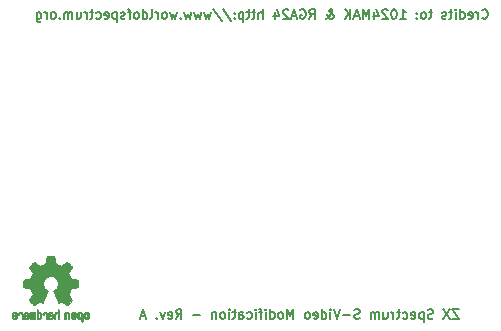
<source format=gbr>
G04 #@! TF.GenerationSoftware,KiCad,Pcbnew,(5.1.4)-1*
G04 #@! TF.CreationDate,2020-05-22T23:55:23+02:00*
G04 #@! TF.ProjectId,S-VHS ZX Spectrum,532d5648-5320-45a5-9820-537065637472,rev?*
G04 #@! TF.SameCoordinates,Original*
G04 #@! TF.FileFunction,Legend,Bot*
G04 #@! TF.FilePolarity,Positive*
%FSLAX46Y46*%
G04 Gerber Fmt 4.6, Leading zero omitted, Abs format (unit mm)*
G04 Created by KiCad (PCBNEW (5.1.4)-1) date 2020-05-22 23:55:23*
%MOMM*%
%LPD*%
G04 APERTURE LIST*
%ADD10C,0.150000*%
%ADD11C,0.200000*%
%ADD12C,0.010000*%
G04 APERTURE END LIST*
D10*
X177632571Y-87026714D02*
X177670666Y-87064809D01*
X177784952Y-87102904D01*
X177861142Y-87102904D01*
X177975428Y-87064809D01*
X178051619Y-86988619D01*
X178089714Y-86912428D01*
X178127809Y-86760047D01*
X178127809Y-86645761D01*
X178089714Y-86493380D01*
X178051619Y-86417190D01*
X177975428Y-86341000D01*
X177861142Y-86302904D01*
X177784952Y-86302904D01*
X177670666Y-86341000D01*
X177632571Y-86379095D01*
X177289714Y-87102904D02*
X177289714Y-86569571D01*
X177289714Y-86721952D02*
X177251619Y-86645761D01*
X177213523Y-86607666D01*
X177137333Y-86569571D01*
X177061142Y-86569571D01*
X176489714Y-87064809D02*
X176565904Y-87102904D01*
X176718285Y-87102904D01*
X176794476Y-87064809D01*
X176832571Y-86988619D01*
X176832571Y-86683857D01*
X176794476Y-86607666D01*
X176718285Y-86569571D01*
X176565904Y-86569571D01*
X176489714Y-86607666D01*
X176451619Y-86683857D01*
X176451619Y-86760047D01*
X176832571Y-86836238D01*
X175765904Y-87102904D02*
X175765904Y-86302904D01*
X175765904Y-87064809D02*
X175842095Y-87102904D01*
X175994476Y-87102904D01*
X176070666Y-87064809D01*
X176108761Y-87026714D01*
X176146857Y-86950523D01*
X176146857Y-86721952D01*
X176108761Y-86645761D01*
X176070666Y-86607666D01*
X175994476Y-86569571D01*
X175842095Y-86569571D01*
X175765904Y-86607666D01*
X175384952Y-87102904D02*
X175384952Y-86569571D01*
X175384952Y-86302904D02*
X175423047Y-86341000D01*
X175384952Y-86379095D01*
X175346857Y-86341000D01*
X175384952Y-86302904D01*
X175384952Y-86379095D01*
X175118285Y-86569571D02*
X174813523Y-86569571D01*
X175004000Y-86302904D02*
X175004000Y-86988619D01*
X174965904Y-87064809D01*
X174889714Y-87102904D01*
X174813523Y-87102904D01*
X174584952Y-87064809D02*
X174508761Y-87102904D01*
X174356380Y-87102904D01*
X174280190Y-87064809D01*
X174242095Y-86988619D01*
X174242095Y-86950523D01*
X174280190Y-86874333D01*
X174356380Y-86836238D01*
X174470666Y-86836238D01*
X174546857Y-86798142D01*
X174584952Y-86721952D01*
X174584952Y-86683857D01*
X174546857Y-86607666D01*
X174470666Y-86569571D01*
X174356380Y-86569571D01*
X174280190Y-86607666D01*
X173404000Y-86569571D02*
X173099238Y-86569571D01*
X173289714Y-86302904D02*
X173289714Y-86988619D01*
X173251619Y-87064809D01*
X173175428Y-87102904D01*
X173099238Y-87102904D01*
X172718285Y-87102904D02*
X172794476Y-87064809D01*
X172832571Y-87026714D01*
X172870666Y-86950523D01*
X172870666Y-86721952D01*
X172832571Y-86645761D01*
X172794476Y-86607666D01*
X172718285Y-86569571D01*
X172604000Y-86569571D01*
X172527809Y-86607666D01*
X172489714Y-86645761D01*
X172451619Y-86721952D01*
X172451619Y-86950523D01*
X172489714Y-87026714D01*
X172527809Y-87064809D01*
X172604000Y-87102904D01*
X172718285Y-87102904D01*
X172108761Y-87026714D02*
X172070666Y-87064809D01*
X172108761Y-87102904D01*
X172146857Y-87064809D01*
X172108761Y-87026714D01*
X172108761Y-87102904D01*
X172108761Y-86607666D02*
X172070666Y-86645761D01*
X172108761Y-86683857D01*
X172146857Y-86645761D01*
X172108761Y-86607666D01*
X172108761Y-86683857D01*
X170699238Y-87102904D02*
X171156380Y-87102904D01*
X170927809Y-87102904D02*
X170927809Y-86302904D01*
X171004000Y-86417190D01*
X171080190Y-86493380D01*
X171156380Y-86531476D01*
X170204000Y-86302904D02*
X170127809Y-86302904D01*
X170051619Y-86341000D01*
X170013523Y-86379095D01*
X169975428Y-86455285D01*
X169937333Y-86607666D01*
X169937333Y-86798142D01*
X169975428Y-86950523D01*
X170013523Y-87026714D01*
X170051619Y-87064809D01*
X170127809Y-87102904D01*
X170204000Y-87102904D01*
X170280190Y-87064809D01*
X170318285Y-87026714D01*
X170356380Y-86950523D01*
X170394476Y-86798142D01*
X170394476Y-86607666D01*
X170356380Y-86455285D01*
X170318285Y-86379095D01*
X170280190Y-86341000D01*
X170204000Y-86302904D01*
X169632571Y-86379095D02*
X169594476Y-86341000D01*
X169518285Y-86302904D01*
X169327809Y-86302904D01*
X169251619Y-86341000D01*
X169213523Y-86379095D01*
X169175428Y-86455285D01*
X169175428Y-86531476D01*
X169213523Y-86645761D01*
X169670666Y-87102904D01*
X169175428Y-87102904D01*
X168489714Y-86569571D02*
X168489714Y-87102904D01*
X168680190Y-86264809D02*
X168870666Y-86836238D01*
X168375428Y-86836238D01*
X168070666Y-87102904D02*
X168070666Y-86302904D01*
X167804000Y-86874333D01*
X167537333Y-86302904D01*
X167537333Y-87102904D01*
X167194476Y-86874333D02*
X166813523Y-86874333D01*
X167270666Y-87102904D02*
X167004000Y-86302904D01*
X166737333Y-87102904D01*
X166470666Y-87102904D02*
X166470666Y-86302904D01*
X166013523Y-87102904D02*
X166356380Y-86645761D01*
X166013523Y-86302904D02*
X166470666Y-86760047D01*
X164413523Y-87102904D02*
X164451619Y-87102904D01*
X164527809Y-87064809D01*
X164642095Y-86950523D01*
X164832571Y-86721952D01*
X164908761Y-86607666D01*
X164946857Y-86493380D01*
X164946857Y-86417190D01*
X164908761Y-86341000D01*
X164832571Y-86302904D01*
X164794476Y-86302904D01*
X164718285Y-86341000D01*
X164680190Y-86417190D01*
X164680190Y-86455285D01*
X164718285Y-86531476D01*
X164756380Y-86569571D01*
X164984952Y-86721952D01*
X165023047Y-86760047D01*
X165061142Y-86836238D01*
X165061142Y-86950523D01*
X165023047Y-87026714D01*
X164984952Y-87064809D01*
X164908761Y-87102904D01*
X164794476Y-87102904D01*
X164718285Y-87064809D01*
X164680190Y-87026714D01*
X164565904Y-86874333D01*
X164527809Y-86760047D01*
X164527809Y-86683857D01*
X163004000Y-87102904D02*
X163270666Y-86721952D01*
X163461142Y-87102904D02*
X163461142Y-86302904D01*
X163156380Y-86302904D01*
X163080190Y-86341000D01*
X163042095Y-86379095D01*
X163004000Y-86455285D01*
X163004000Y-86569571D01*
X163042095Y-86645761D01*
X163080190Y-86683857D01*
X163156380Y-86721952D01*
X163461142Y-86721952D01*
X162242095Y-86341000D02*
X162318285Y-86302904D01*
X162432571Y-86302904D01*
X162546857Y-86341000D01*
X162623047Y-86417190D01*
X162661142Y-86493380D01*
X162699238Y-86645761D01*
X162699238Y-86760047D01*
X162661142Y-86912428D01*
X162623047Y-86988619D01*
X162546857Y-87064809D01*
X162432571Y-87102904D01*
X162356380Y-87102904D01*
X162242095Y-87064809D01*
X162204000Y-87026714D01*
X162204000Y-86760047D01*
X162356380Y-86760047D01*
X161899238Y-86874333D02*
X161518285Y-86874333D01*
X161975428Y-87102904D02*
X161708761Y-86302904D01*
X161442095Y-87102904D01*
X161213523Y-86379095D02*
X161175428Y-86341000D01*
X161099238Y-86302904D01*
X160908761Y-86302904D01*
X160832571Y-86341000D01*
X160794476Y-86379095D01*
X160756380Y-86455285D01*
X160756380Y-86531476D01*
X160794476Y-86645761D01*
X161251619Y-87102904D01*
X160756380Y-87102904D01*
X160070666Y-86569571D02*
X160070666Y-87102904D01*
X160261142Y-86264809D02*
X160451619Y-86836238D01*
X159956380Y-86836238D01*
X159042095Y-87102904D02*
X159042095Y-86302904D01*
X158699238Y-87102904D02*
X158699238Y-86683857D01*
X158737333Y-86607666D01*
X158813523Y-86569571D01*
X158927809Y-86569571D01*
X159004000Y-86607666D01*
X159042095Y-86645761D01*
X158432571Y-86569571D02*
X158127809Y-86569571D01*
X158318285Y-86302904D02*
X158318285Y-86988619D01*
X158280190Y-87064809D01*
X158204000Y-87102904D01*
X158127809Y-87102904D01*
X157975428Y-86569571D02*
X157670666Y-86569571D01*
X157861142Y-86302904D02*
X157861142Y-86988619D01*
X157823047Y-87064809D01*
X157746857Y-87102904D01*
X157670666Y-87102904D01*
X157404000Y-86569571D02*
X157404000Y-87369571D01*
X157404000Y-86607666D02*
X157327809Y-86569571D01*
X157175428Y-86569571D01*
X157099238Y-86607666D01*
X157061142Y-86645761D01*
X157023047Y-86721952D01*
X157023047Y-86950523D01*
X157061142Y-87026714D01*
X157099238Y-87064809D01*
X157175428Y-87102904D01*
X157327809Y-87102904D01*
X157404000Y-87064809D01*
X156680190Y-87026714D02*
X156642095Y-87064809D01*
X156680190Y-87102904D01*
X156718285Y-87064809D01*
X156680190Y-87026714D01*
X156680190Y-87102904D01*
X156680190Y-86607666D02*
X156642095Y-86645761D01*
X156680190Y-86683857D01*
X156718285Y-86645761D01*
X156680190Y-86607666D01*
X156680190Y-86683857D01*
X155727809Y-86264809D02*
X156413523Y-87293380D01*
X154889714Y-86264809D02*
X155575428Y-87293380D01*
X154699238Y-86569571D02*
X154546857Y-87102904D01*
X154394476Y-86721952D01*
X154242095Y-87102904D01*
X154089714Y-86569571D01*
X153861142Y-86569571D02*
X153708761Y-87102904D01*
X153556380Y-86721952D01*
X153404000Y-87102904D01*
X153251619Y-86569571D01*
X153023047Y-86569571D02*
X152870666Y-87102904D01*
X152718285Y-86721952D01*
X152565904Y-87102904D01*
X152413523Y-86569571D01*
X152108761Y-87026714D02*
X152070666Y-87064809D01*
X152108761Y-87102904D01*
X152146857Y-87064809D01*
X152108761Y-87026714D01*
X152108761Y-87102904D01*
X151804000Y-86569571D02*
X151651619Y-87102904D01*
X151499238Y-86721952D01*
X151346857Y-87102904D01*
X151194476Y-86569571D01*
X150775428Y-87102904D02*
X150851619Y-87064809D01*
X150889714Y-87026714D01*
X150927809Y-86950523D01*
X150927809Y-86721952D01*
X150889714Y-86645761D01*
X150851619Y-86607666D01*
X150775428Y-86569571D01*
X150661142Y-86569571D01*
X150584952Y-86607666D01*
X150546857Y-86645761D01*
X150508761Y-86721952D01*
X150508761Y-86950523D01*
X150546857Y-87026714D01*
X150584952Y-87064809D01*
X150661142Y-87102904D01*
X150775428Y-87102904D01*
X150165904Y-87102904D02*
X150165904Y-86569571D01*
X150165904Y-86721952D02*
X150127809Y-86645761D01*
X150089714Y-86607666D01*
X150013523Y-86569571D01*
X149937333Y-86569571D01*
X149556380Y-87102904D02*
X149632571Y-87064809D01*
X149670666Y-86988619D01*
X149670666Y-86302904D01*
X148908761Y-87102904D02*
X148908761Y-86302904D01*
X148908761Y-87064809D02*
X148984952Y-87102904D01*
X149137333Y-87102904D01*
X149213523Y-87064809D01*
X149251619Y-87026714D01*
X149289714Y-86950523D01*
X149289714Y-86721952D01*
X149251619Y-86645761D01*
X149213523Y-86607666D01*
X149137333Y-86569571D01*
X148984952Y-86569571D01*
X148908761Y-86607666D01*
X148413523Y-87102904D02*
X148489714Y-87064809D01*
X148527809Y-87026714D01*
X148565904Y-86950523D01*
X148565904Y-86721952D01*
X148527809Y-86645761D01*
X148489714Y-86607666D01*
X148413523Y-86569571D01*
X148299238Y-86569571D01*
X148223047Y-86607666D01*
X148184952Y-86645761D01*
X148146857Y-86721952D01*
X148146857Y-86950523D01*
X148184952Y-87026714D01*
X148223047Y-87064809D01*
X148299238Y-87102904D01*
X148413523Y-87102904D01*
X147918285Y-86569571D02*
X147613523Y-86569571D01*
X147804000Y-87102904D02*
X147804000Y-86417190D01*
X147765904Y-86341000D01*
X147689714Y-86302904D01*
X147613523Y-86302904D01*
X147384952Y-87064809D02*
X147308761Y-87102904D01*
X147156380Y-87102904D01*
X147080190Y-87064809D01*
X147042095Y-86988619D01*
X147042095Y-86950523D01*
X147080190Y-86874333D01*
X147156380Y-86836238D01*
X147270666Y-86836238D01*
X147346857Y-86798142D01*
X147384952Y-86721952D01*
X147384952Y-86683857D01*
X147346857Y-86607666D01*
X147270666Y-86569571D01*
X147156380Y-86569571D01*
X147080190Y-86607666D01*
X146699238Y-86569571D02*
X146699238Y-87369571D01*
X146699238Y-86607666D02*
X146623047Y-86569571D01*
X146470666Y-86569571D01*
X146394476Y-86607666D01*
X146356380Y-86645761D01*
X146318285Y-86721952D01*
X146318285Y-86950523D01*
X146356380Y-87026714D01*
X146394476Y-87064809D01*
X146470666Y-87102904D01*
X146623047Y-87102904D01*
X146699238Y-87064809D01*
X145670666Y-87064809D02*
X145746857Y-87102904D01*
X145899238Y-87102904D01*
X145975428Y-87064809D01*
X146013523Y-86988619D01*
X146013523Y-86683857D01*
X145975428Y-86607666D01*
X145899238Y-86569571D01*
X145746857Y-86569571D01*
X145670666Y-86607666D01*
X145632571Y-86683857D01*
X145632571Y-86760047D01*
X146013523Y-86836238D01*
X144946857Y-87064809D02*
X145023047Y-87102904D01*
X145175428Y-87102904D01*
X145251619Y-87064809D01*
X145289714Y-87026714D01*
X145327809Y-86950523D01*
X145327809Y-86721952D01*
X145289714Y-86645761D01*
X145251619Y-86607666D01*
X145175428Y-86569571D01*
X145023047Y-86569571D01*
X144946857Y-86607666D01*
X144718285Y-86569571D02*
X144413523Y-86569571D01*
X144604000Y-86302904D02*
X144604000Y-86988619D01*
X144565904Y-87064809D01*
X144489714Y-87102904D01*
X144413523Y-87102904D01*
X144146857Y-87102904D02*
X144146857Y-86569571D01*
X144146857Y-86721952D02*
X144108761Y-86645761D01*
X144070666Y-86607666D01*
X143994476Y-86569571D01*
X143918285Y-86569571D01*
X143308761Y-86569571D02*
X143308761Y-87102904D01*
X143651619Y-86569571D02*
X143651619Y-86988619D01*
X143613523Y-87064809D01*
X143537333Y-87102904D01*
X143423047Y-87102904D01*
X143346857Y-87064809D01*
X143308761Y-87026714D01*
X142927809Y-87102904D02*
X142927809Y-86569571D01*
X142927809Y-86645761D02*
X142889714Y-86607666D01*
X142813523Y-86569571D01*
X142699238Y-86569571D01*
X142623047Y-86607666D01*
X142584952Y-86683857D01*
X142584952Y-87102904D01*
X142584952Y-86683857D02*
X142546857Y-86607666D01*
X142470666Y-86569571D01*
X142356380Y-86569571D01*
X142280190Y-86607666D01*
X142242095Y-86683857D01*
X142242095Y-87102904D01*
X141861142Y-87026714D02*
X141823047Y-87064809D01*
X141861142Y-87102904D01*
X141899238Y-87064809D01*
X141861142Y-87026714D01*
X141861142Y-87102904D01*
X141365904Y-87102904D02*
X141442095Y-87064809D01*
X141480190Y-87026714D01*
X141518285Y-86950523D01*
X141518285Y-86721952D01*
X141480190Y-86645761D01*
X141442095Y-86607666D01*
X141365904Y-86569571D01*
X141251619Y-86569571D01*
X141175428Y-86607666D01*
X141137333Y-86645761D01*
X141099238Y-86721952D01*
X141099238Y-86950523D01*
X141137333Y-87026714D01*
X141175428Y-87064809D01*
X141251619Y-87102904D01*
X141365904Y-87102904D01*
X140756380Y-87102904D02*
X140756380Y-86569571D01*
X140756380Y-86721952D02*
X140718285Y-86645761D01*
X140680190Y-86607666D01*
X140604000Y-86569571D01*
X140527809Y-86569571D01*
X139918285Y-86569571D02*
X139918285Y-87217190D01*
X139956380Y-87293380D01*
X139994476Y-87331476D01*
X140070666Y-87369571D01*
X140184952Y-87369571D01*
X140261142Y-87331476D01*
X139918285Y-87064809D02*
X139994476Y-87102904D01*
X140146857Y-87102904D01*
X140223047Y-87064809D01*
X140261142Y-87026714D01*
X140299238Y-86950523D01*
X140299238Y-86721952D01*
X140261142Y-86645761D01*
X140223047Y-86607666D01*
X140146857Y-86569571D01*
X139994476Y-86569571D01*
X139918285Y-86607666D01*
D11*
X175645666Y-111702904D02*
X175112333Y-111702904D01*
X175645666Y-112502904D01*
X175112333Y-112502904D01*
X174883761Y-111702904D02*
X174350428Y-112502904D01*
X174350428Y-111702904D02*
X174883761Y-112502904D01*
X173474238Y-112464809D02*
X173359952Y-112502904D01*
X173169476Y-112502904D01*
X173093285Y-112464809D01*
X173055190Y-112426714D01*
X173017095Y-112350523D01*
X173017095Y-112274333D01*
X173055190Y-112198142D01*
X173093285Y-112160047D01*
X173169476Y-112121952D01*
X173321857Y-112083857D01*
X173398047Y-112045761D01*
X173436142Y-112007666D01*
X173474238Y-111931476D01*
X173474238Y-111855285D01*
X173436142Y-111779095D01*
X173398047Y-111741000D01*
X173321857Y-111702904D01*
X173131380Y-111702904D01*
X173017095Y-111741000D01*
X172674238Y-111969571D02*
X172674238Y-112769571D01*
X172674238Y-112007666D02*
X172598047Y-111969571D01*
X172445666Y-111969571D01*
X172369476Y-112007666D01*
X172331380Y-112045761D01*
X172293285Y-112121952D01*
X172293285Y-112350523D01*
X172331380Y-112426714D01*
X172369476Y-112464809D01*
X172445666Y-112502904D01*
X172598047Y-112502904D01*
X172674238Y-112464809D01*
X171645666Y-112464809D02*
X171721857Y-112502904D01*
X171874238Y-112502904D01*
X171950428Y-112464809D01*
X171988523Y-112388619D01*
X171988523Y-112083857D01*
X171950428Y-112007666D01*
X171874238Y-111969571D01*
X171721857Y-111969571D01*
X171645666Y-112007666D01*
X171607571Y-112083857D01*
X171607571Y-112160047D01*
X171988523Y-112236238D01*
X170921857Y-112464809D02*
X170998047Y-112502904D01*
X171150428Y-112502904D01*
X171226619Y-112464809D01*
X171264714Y-112426714D01*
X171302809Y-112350523D01*
X171302809Y-112121952D01*
X171264714Y-112045761D01*
X171226619Y-112007666D01*
X171150428Y-111969571D01*
X170998047Y-111969571D01*
X170921857Y-112007666D01*
X170693285Y-111969571D02*
X170388523Y-111969571D01*
X170579000Y-111702904D02*
X170579000Y-112388619D01*
X170540904Y-112464809D01*
X170464714Y-112502904D01*
X170388523Y-112502904D01*
X170121857Y-112502904D02*
X170121857Y-111969571D01*
X170121857Y-112121952D02*
X170083761Y-112045761D01*
X170045666Y-112007666D01*
X169969476Y-111969571D01*
X169893285Y-111969571D01*
X169283761Y-111969571D02*
X169283761Y-112502904D01*
X169626619Y-111969571D02*
X169626619Y-112388619D01*
X169588523Y-112464809D01*
X169512333Y-112502904D01*
X169398047Y-112502904D01*
X169321857Y-112464809D01*
X169283761Y-112426714D01*
X168902809Y-112502904D02*
X168902809Y-111969571D01*
X168902809Y-112045761D02*
X168864714Y-112007666D01*
X168788523Y-111969571D01*
X168674238Y-111969571D01*
X168598047Y-112007666D01*
X168559952Y-112083857D01*
X168559952Y-112502904D01*
X168559952Y-112083857D02*
X168521857Y-112007666D01*
X168445666Y-111969571D01*
X168331380Y-111969571D01*
X168255190Y-112007666D01*
X168217095Y-112083857D01*
X168217095Y-112502904D01*
X167264714Y-112464809D02*
X167150428Y-112502904D01*
X166959952Y-112502904D01*
X166883761Y-112464809D01*
X166845666Y-112426714D01*
X166807571Y-112350523D01*
X166807571Y-112274333D01*
X166845666Y-112198142D01*
X166883761Y-112160047D01*
X166959952Y-112121952D01*
X167112333Y-112083857D01*
X167188523Y-112045761D01*
X167226619Y-112007666D01*
X167264714Y-111931476D01*
X167264714Y-111855285D01*
X167226619Y-111779095D01*
X167188523Y-111741000D01*
X167112333Y-111702904D01*
X166921857Y-111702904D01*
X166807571Y-111741000D01*
X166464714Y-112198142D02*
X165855190Y-112198142D01*
X165588523Y-111702904D02*
X165321857Y-112502904D01*
X165055190Y-111702904D01*
X164788523Y-112502904D02*
X164788523Y-111969571D01*
X164788523Y-111702904D02*
X164826619Y-111741000D01*
X164788523Y-111779095D01*
X164750428Y-111741000D01*
X164788523Y-111702904D01*
X164788523Y-111779095D01*
X164064714Y-112502904D02*
X164064714Y-111702904D01*
X164064714Y-112464809D02*
X164140904Y-112502904D01*
X164293285Y-112502904D01*
X164369476Y-112464809D01*
X164407571Y-112426714D01*
X164445666Y-112350523D01*
X164445666Y-112121952D01*
X164407571Y-112045761D01*
X164369476Y-112007666D01*
X164293285Y-111969571D01*
X164140904Y-111969571D01*
X164064714Y-112007666D01*
X163379000Y-112464809D02*
X163455190Y-112502904D01*
X163607571Y-112502904D01*
X163683761Y-112464809D01*
X163721857Y-112388619D01*
X163721857Y-112083857D01*
X163683761Y-112007666D01*
X163607571Y-111969571D01*
X163455190Y-111969571D01*
X163379000Y-112007666D01*
X163340904Y-112083857D01*
X163340904Y-112160047D01*
X163721857Y-112236238D01*
X162883761Y-112502904D02*
X162959952Y-112464809D01*
X162998047Y-112426714D01*
X163036142Y-112350523D01*
X163036142Y-112121952D01*
X162998047Y-112045761D01*
X162959952Y-112007666D01*
X162883761Y-111969571D01*
X162769476Y-111969571D01*
X162693285Y-112007666D01*
X162655190Y-112045761D01*
X162617095Y-112121952D01*
X162617095Y-112350523D01*
X162655190Y-112426714D01*
X162693285Y-112464809D01*
X162769476Y-112502904D01*
X162883761Y-112502904D01*
X161664714Y-112502904D02*
X161664714Y-111702904D01*
X161398047Y-112274333D01*
X161131380Y-111702904D01*
X161131380Y-112502904D01*
X160636142Y-112502904D02*
X160712333Y-112464809D01*
X160750428Y-112426714D01*
X160788523Y-112350523D01*
X160788523Y-112121952D01*
X160750428Y-112045761D01*
X160712333Y-112007666D01*
X160636142Y-111969571D01*
X160521857Y-111969571D01*
X160445666Y-112007666D01*
X160407571Y-112045761D01*
X160369476Y-112121952D01*
X160369476Y-112350523D01*
X160407571Y-112426714D01*
X160445666Y-112464809D01*
X160521857Y-112502904D01*
X160636142Y-112502904D01*
X159683761Y-112502904D02*
X159683761Y-111702904D01*
X159683761Y-112464809D02*
X159759952Y-112502904D01*
X159912333Y-112502904D01*
X159988523Y-112464809D01*
X160026619Y-112426714D01*
X160064714Y-112350523D01*
X160064714Y-112121952D01*
X160026619Y-112045761D01*
X159988523Y-112007666D01*
X159912333Y-111969571D01*
X159759952Y-111969571D01*
X159683761Y-112007666D01*
X159302809Y-112502904D02*
X159302809Y-111969571D01*
X159302809Y-111702904D02*
X159340904Y-111741000D01*
X159302809Y-111779095D01*
X159264714Y-111741000D01*
X159302809Y-111702904D01*
X159302809Y-111779095D01*
X159036142Y-111969571D02*
X158731380Y-111969571D01*
X158921857Y-112502904D02*
X158921857Y-111817190D01*
X158883761Y-111741000D01*
X158807571Y-111702904D01*
X158731380Y-111702904D01*
X158464714Y-112502904D02*
X158464714Y-111969571D01*
X158464714Y-111702904D02*
X158502809Y-111741000D01*
X158464714Y-111779095D01*
X158426619Y-111741000D01*
X158464714Y-111702904D01*
X158464714Y-111779095D01*
X157740904Y-112464809D02*
X157817095Y-112502904D01*
X157969476Y-112502904D01*
X158045666Y-112464809D01*
X158083761Y-112426714D01*
X158121857Y-112350523D01*
X158121857Y-112121952D01*
X158083761Y-112045761D01*
X158045666Y-112007666D01*
X157969476Y-111969571D01*
X157817095Y-111969571D01*
X157740904Y-112007666D01*
X157055190Y-112502904D02*
X157055190Y-112083857D01*
X157093285Y-112007666D01*
X157169476Y-111969571D01*
X157321857Y-111969571D01*
X157398047Y-112007666D01*
X157055190Y-112464809D02*
X157131380Y-112502904D01*
X157321857Y-112502904D01*
X157398047Y-112464809D01*
X157436142Y-112388619D01*
X157436142Y-112312428D01*
X157398047Y-112236238D01*
X157321857Y-112198142D01*
X157131380Y-112198142D01*
X157055190Y-112160047D01*
X156788523Y-111969571D02*
X156483761Y-111969571D01*
X156674238Y-111702904D02*
X156674238Y-112388619D01*
X156636142Y-112464809D01*
X156559952Y-112502904D01*
X156483761Y-112502904D01*
X156217095Y-112502904D02*
X156217095Y-111969571D01*
X156217095Y-111702904D02*
X156255190Y-111741000D01*
X156217095Y-111779095D01*
X156179000Y-111741000D01*
X156217095Y-111702904D01*
X156217095Y-111779095D01*
X155721857Y-112502904D02*
X155798047Y-112464809D01*
X155836142Y-112426714D01*
X155874238Y-112350523D01*
X155874238Y-112121952D01*
X155836142Y-112045761D01*
X155798047Y-112007666D01*
X155721857Y-111969571D01*
X155607571Y-111969571D01*
X155531380Y-112007666D01*
X155493285Y-112045761D01*
X155455190Y-112121952D01*
X155455190Y-112350523D01*
X155493285Y-112426714D01*
X155531380Y-112464809D01*
X155607571Y-112502904D01*
X155721857Y-112502904D01*
X155112333Y-111969571D02*
X155112333Y-112502904D01*
X155112333Y-112045761D02*
X155074238Y-112007666D01*
X154998047Y-111969571D01*
X154883761Y-111969571D01*
X154807571Y-112007666D01*
X154769476Y-112083857D01*
X154769476Y-112502904D01*
X153779000Y-112198142D02*
X153169476Y-112198142D01*
X151721857Y-112502904D02*
X151988523Y-112121952D01*
X152179000Y-112502904D02*
X152179000Y-111702904D01*
X151874238Y-111702904D01*
X151798047Y-111741000D01*
X151759952Y-111779095D01*
X151721857Y-111855285D01*
X151721857Y-111969571D01*
X151759952Y-112045761D01*
X151798047Y-112083857D01*
X151874238Y-112121952D01*
X152179000Y-112121952D01*
X151074238Y-112464809D02*
X151150428Y-112502904D01*
X151302809Y-112502904D01*
X151379000Y-112464809D01*
X151417095Y-112388619D01*
X151417095Y-112083857D01*
X151379000Y-112007666D01*
X151302809Y-111969571D01*
X151150428Y-111969571D01*
X151074238Y-112007666D01*
X151036142Y-112083857D01*
X151036142Y-112160047D01*
X151417095Y-112236238D01*
X150769476Y-111969571D02*
X150579000Y-112502904D01*
X150388523Y-111969571D01*
X150083761Y-112426714D02*
X150045666Y-112464809D01*
X150083761Y-112502904D01*
X150121857Y-112464809D01*
X150083761Y-112426714D01*
X150083761Y-112502904D01*
X149131380Y-112274333D02*
X148750428Y-112274333D01*
X149207571Y-112502904D02*
X148940904Y-111702904D01*
X148674238Y-112502904D01*
D12*
G36*
X143497256Y-111901918D02*
G01*
X143441799Y-111929568D01*
X143392852Y-111980480D01*
X143379371Y-111999338D01*
X143364686Y-112024015D01*
X143355158Y-112050816D01*
X143349707Y-112086587D01*
X143347253Y-112138169D01*
X143346714Y-112206267D01*
X143349148Y-112299588D01*
X143357606Y-112369657D01*
X143373826Y-112421931D01*
X143399546Y-112461869D01*
X143436503Y-112494929D01*
X143439218Y-112496886D01*
X143475640Y-112516908D01*
X143519498Y-112526815D01*
X143575276Y-112529257D01*
X143665952Y-112529257D01*
X143665990Y-112617283D01*
X143666834Y-112666308D01*
X143671976Y-112695065D01*
X143685413Y-112712311D01*
X143711142Y-112726808D01*
X143717321Y-112729769D01*
X143746236Y-112743648D01*
X143768624Y-112752414D01*
X143785271Y-112753171D01*
X143796964Y-112743023D01*
X143804490Y-112719073D01*
X143808634Y-112678426D01*
X143810185Y-112618186D01*
X143809929Y-112535455D01*
X143808651Y-112427339D01*
X143808252Y-112395000D01*
X143806815Y-112283524D01*
X143805528Y-112210603D01*
X143666029Y-112210603D01*
X143665245Y-112272499D01*
X143661760Y-112312997D01*
X143653876Y-112339708D01*
X143639895Y-112360244D01*
X143630403Y-112370260D01*
X143591596Y-112399567D01*
X143557237Y-112401952D01*
X143521784Y-112377750D01*
X143520886Y-112376857D01*
X143506461Y-112358153D01*
X143497687Y-112332732D01*
X143493261Y-112293584D01*
X143491882Y-112233697D01*
X143491857Y-112220430D01*
X143495188Y-112137901D01*
X143506031Y-112080691D01*
X143525660Y-112045766D01*
X143555350Y-112030094D01*
X143572509Y-112028514D01*
X143613234Y-112035926D01*
X143641168Y-112060330D01*
X143657983Y-112104980D01*
X143665350Y-112173130D01*
X143666029Y-112210603D01*
X143805528Y-112210603D01*
X143805292Y-112197245D01*
X143803323Y-112132333D01*
X143800550Y-112084958D01*
X143796612Y-112051290D01*
X143791151Y-112027498D01*
X143783808Y-112009753D01*
X143774223Y-111994224D01*
X143770113Y-111988381D01*
X143715595Y-111933185D01*
X143646664Y-111901890D01*
X143566928Y-111893165D01*
X143497256Y-111901918D01*
X143497256Y-111901918D01*
G37*
X143497256Y-111901918D02*
X143441799Y-111929568D01*
X143392852Y-111980480D01*
X143379371Y-111999338D01*
X143364686Y-112024015D01*
X143355158Y-112050816D01*
X143349707Y-112086587D01*
X143347253Y-112138169D01*
X143346714Y-112206267D01*
X143349148Y-112299588D01*
X143357606Y-112369657D01*
X143373826Y-112421931D01*
X143399546Y-112461869D01*
X143436503Y-112494929D01*
X143439218Y-112496886D01*
X143475640Y-112516908D01*
X143519498Y-112526815D01*
X143575276Y-112529257D01*
X143665952Y-112529257D01*
X143665990Y-112617283D01*
X143666834Y-112666308D01*
X143671976Y-112695065D01*
X143685413Y-112712311D01*
X143711142Y-112726808D01*
X143717321Y-112729769D01*
X143746236Y-112743648D01*
X143768624Y-112752414D01*
X143785271Y-112753171D01*
X143796964Y-112743023D01*
X143804490Y-112719073D01*
X143808634Y-112678426D01*
X143810185Y-112618186D01*
X143809929Y-112535455D01*
X143808651Y-112427339D01*
X143808252Y-112395000D01*
X143806815Y-112283524D01*
X143805528Y-112210603D01*
X143666029Y-112210603D01*
X143665245Y-112272499D01*
X143661760Y-112312997D01*
X143653876Y-112339708D01*
X143639895Y-112360244D01*
X143630403Y-112370260D01*
X143591596Y-112399567D01*
X143557237Y-112401952D01*
X143521784Y-112377750D01*
X143520886Y-112376857D01*
X143506461Y-112358153D01*
X143497687Y-112332732D01*
X143493261Y-112293584D01*
X143491882Y-112233697D01*
X143491857Y-112220430D01*
X143495188Y-112137901D01*
X143506031Y-112080691D01*
X143525660Y-112045766D01*
X143555350Y-112030094D01*
X143572509Y-112028514D01*
X143613234Y-112035926D01*
X143641168Y-112060330D01*
X143657983Y-112104980D01*
X143665350Y-112173130D01*
X143666029Y-112210603D01*
X143805528Y-112210603D01*
X143805292Y-112197245D01*
X143803323Y-112132333D01*
X143800550Y-112084958D01*
X143796612Y-112051290D01*
X143791151Y-112027498D01*
X143783808Y-112009753D01*
X143774223Y-111994224D01*
X143770113Y-111988381D01*
X143715595Y-111933185D01*
X143646664Y-111901890D01*
X143566928Y-111893165D01*
X143497256Y-111901918D01*
G36*
X142380907Y-111909780D02*
G01*
X142334328Y-111936723D01*
X142301943Y-111963466D01*
X142278258Y-111991484D01*
X142261941Y-112025748D01*
X142251661Y-112071227D01*
X142246086Y-112132892D01*
X142243884Y-112215711D01*
X142243629Y-112275246D01*
X142243629Y-112494391D01*
X142305314Y-112522044D01*
X142367000Y-112549697D01*
X142374257Y-112309670D01*
X142377256Y-112220028D01*
X142380402Y-112154962D01*
X142384299Y-112110026D01*
X142389553Y-112080770D01*
X142396769Y-112062748D01*
X142406550Y-112051511D01*
X142409688Y-112049079D01*
X142457239Y-112030083D01*
X142505303Y-112037600D01*
X142533914Y-112057543D01*
X142545553Y-112071675D01*
X142553609Y-112090220D01*
X142558729Y-112118334D01*
X142561559Y-112161173D01*
X142562744Y-112223895D01*
X142562943Y-112289261D01*
X142562982Y-112371268D01*
X142564386Y-112429316D01*
X142569086Y-112468465D01*
X142579013Y-112493780D01*
X142596097Y-112510323D01*
X142622268Y-112523156D01*
X142657225Y-112536491D01*
X142695404Y-112551007D01*
X142690859Y-112293389D01*
X142689029Y-112200519D01*
X142686888Y-112131889D01*
X142683819Y-112082711D01*
X142679206Y-112048198D01*
X142672432Y-112023562D01*
X142662881Y-112004016D01*
X142651366Y-111986770D01*
X142595810Y-111931680D01*
X142528020Y-111899822D01*
X142454287Y-111892191D01*
X142380907Y-111909780D01*
X142380907Y-111909780D01*
G37*
X142380907Y-111909780D02*
X142334328Y-111936723D01*
X142301943Y-111963466D01*
X142278258Y-111991484D01*
X142261941Y-112025748D01*
X142251661Y-112071227D01*
X142246086Y-112132892D01*
X142243884Y-112215711D01*
X142243629Y-112275246D01*
X142243629Y-112494391D01*
X142305314Y-112522044D01*
X142367000Y-112549697D01*
X142374257Y-112309670D01*
X142377256Y-112220028D01*
X142380402Y-112154962D01*
X142384299Y-112110026D01*
X142389553Y-112080770D01*
X142396769Y-112062748D01*
X142406550Y-112051511D01*
X142409688Y-112049079D01*
X142457239Y-112030083D01*
X142505303Y-112037600D01*
X142533914Y-112057543D01*
X142545553Y-112071675D01*
X142553609Y-112090220D01*
X142558729Y-112118334D01*
X142561559Y-112161173D01*
X142562744Y-112223895D01*
X142562943Y-112289261D01*
X142562982Y-112371268D01*
X142564386Y-112429316D01*
X142569086Y-112468465D01*
X142579013Y-112493780D01*
X142596097Y-112510323D01*
X142622268Y-112523156D01*
X142657225Y-112536491D01*
X142695404Y-112551007D01*
X142690859Y-112293389D01*
X142689029Y-112200519D01*
X142686888Y-112131889D01*
X142683819Y-112082711D01*
X142679206Y-112048198D01*
X142672432Y-112023562D01*
X142662881Y-112004016D01*
X142651366Y-111986770D01*
X142595810Y-111931680D01*
X142528020Y-111899822D01*
X142454287Y-111892191D01*
X142380907Y-111909780D01*
G36*
X144055885Y-111903962D02*
G01*
X143987855Y-111939733D01*
X143937649Y-111997301D01*
X143919815Y-112034312D01*
X143905937Y-112089882D01*
X143898833Y-112160096D01*
X143898160Y-112236727D01*
X143903573Y-112311552D01*
X143914730Y-112376342D01*
X143931286Y-112422873D01*
X143936374Y-112430887D01*
X143996645Y-112490707D01*
X144068231Y-112526535D01*
X144145908Y-112537020D01*
X144224452Y-112520810D01*
X144246311Y-112511092D01*
X144288878Y-112481143D01*
X144326237Y-112441433D01*
X144329768Y-112436397D01*
X144344119Y-112412124D01*
X144353606Y-112386178D01*
X144359210Y-112352022D01*
X144361914Y-112303119D01*
X144362701Y-112232935D01*
X144362714Y-112217200D01*
X144362678Y-112212192D01*
X144217571Y-112212192D01*
X144216727Y-112278430D01*
X144213404Y-112322386D01*
X144206417Y-112350779D01*
X144194584Y-112370325D01*
X144188543Y-112376857D01*
X144153814Y-112401680D01*
X144120097Y-112400548D01*
X144086005Y-112379016D01*
X144065671Y-112356029D01*
X144053629Y-112322478D01*
X144046866Y-112269569D01*
X144046402Y-112263399D01*
X144045248Y-112167513D01*
X144057312Y-112096299D01*
X144082430Y-112050194D01*
X144120440Y-112029635D01*
X144134008Y-112028514D01*
X144169636Y-112034152D01*
X144194006Y-112053686D01*
X144208907Y-112091042D01*
X144216125Y-112150150D01*
X144217571Y-112212192D01*
X144362678Y-112212192D01*
X144362174Y-112142413D01*
X144359904Y-112090159D01*
X144354932Y-112053949D01*
X144346287Y-112027299D01*
X144332995Y-112003722D01*
X144330057Y-111999338D01*
X144280687Y-111940249D01*
X144226891Y-111905947D01*
X144161398Y-111892331D01*
X144139158Y-111891665D01*
X144055885Y-111903962D01*
X144055885Y-111903962D01*
G37*
X144055885Y-111903962D02*
X143987855Y-111939733D01*
X143937649Y-111997301D01*
X143919815Y-112034312D01*
X143905937Y-112089882D01*
X143898833Y-112160096D01*
X143898160Y-112236727D01*
X143903573Y-112311552D01*
X143914730Y-112376342D01*
X143931286Y-112422873D01*
X143936374Y-112430887D01*
X143996645Y-112490707D01*
X144068231Y-112526535D01*
X144145908Y-112537020D01*
X144224452Y-112520810D01*
X144246311Y-112511092D01*
X144288878Y-112481143D01*
X144326237Y-112441433D01*
X144329768Y-112436397D01*
X144344119Y-112412124D01*
X144353606Y-112386178D01*
X144359210Y-112352022D01*
X144361914Y-112303119D01*
X144362701Y-112232935D01*
X144362714Y-112217200D01*
X144362678Y-112212192D01*
X144217571Y-112212192D01*
X144216727Y-112278430D01*
X144213404Y-112322386D01*
X144206417Y-112350779D01*
X144194584Y-112370325D01*
X144188543Y-112376857D01*
X144153814Y-112401680D01*
X144120097Y-112400548D01*
X144086005Y-112379016D01*
X144065671Y-112356029D01*
X144053629Y-112322478D01*
X144046866Y-112269569D01*
X144046402Y-112263399D01*
X144045248Y-112167513D01*
X144057312Y-112096299D01*
X144082430Y-112050194D01*
X144120440Y-112029635D01*
X144134008Y-112028514D01*
X144169636Y-112034152D01*
X144194006Y-112053686D01*
X144208907Y-112091042D01*
X144216125Y-112150150D01*
X144217571Y-112212192D01*
X144362678Y-112212192D01*
X144362174Y-112142413D01*
X144359904Y-112090159D01*
X144354932Y-112053949D01*
X144346287Y-112027299D01*
X144332995Y-112003722D01*
X144330057Y-111999338D01*
X144280687Y-111940249D01*
X144226891Y-111905947D01*
X144161398Y-111892331D01*
X144139158Y-111891665D01*
X144055885Y-111903962D01*
G36*
X142928697Y-111913239D02*
G01*
X142871473Y-111951735D01*
X142827251Y-112007335D01*
X142800833Y-112078086D01*
X142795490Y-112130162D01*
X142796097Y-112151893D01*
X142801178Y-112168531D01*
X142815145Y-112183437D01*
X142842411Y-112199973D01*
X142887388Y-112221498D01*
X142954489Y-112251374D01*
X142954829Y-112251524D01*
X143016593Y-112279813D01*
X143067241Y-112304933D01*
X143101596Y-112324179D01*
X143114482Y-112334848D01*
X143114486Y-112334934D01*
X143103128Y-112358166D01*
X143076569Y-112383774D01*
X143046077Y-112402221D01*
X143030630Y-112405886D01*
X142988485Y-112393212D01*
X142952192Y-112361471D01*
X142934483Y-112326572D01*
X142917448Y-112300845D01*
X142884078Y-112271546D01*
X142844851Y-112246235D01*
X142810244Y-112232471D01*
X142803007Y-112231714D01*
X142794861Y-112244160D01*
X142794370Y-112275972D01*
X142800357Y-112318866D01*
X142811643Y-112364558D01*
X142827050Y-112404761D01*
X142827829Y-112406322D01*
X142874196Y-112471062D01*
X142934289Y-112515097D01*
X143002535Y-112536711D01*
X143073362Y-112534185D01*
X143141196Y-112505804D01*
X143144212Y-112503808D01*
X143197573Y-112455448D01*
X143232660Y-112392352D01*
X143252078Y-112309387D01*
X143254684Y-112286078D01*
X143259299Y-112176055D01*
X143253767Y-112124748D01*
X143114486Y-112124748D01*
X143112676Y-112156753D01*
X143102778Y-112166093D01*
X143078102Y-112159105D01*
X143039205Y-112142587D01*
X142995725Y-112121881D01*
X142994644Y-112121333D01*
X142957791Y-112101949D01*
X142943000Y-112089013D01*
X142946647Y-112075451D01*
X142962005Y-112057632D01*
X143001077Y-112031845D01*
X143043154Y-112029950D01*
X143080897Y-112048717D01*
X143106966Y-112084915D01*
X143114486Y-112124748D01*
X143253767Y-112124748D01*
X143249806Y-112088027D01*
X143225450Y-112018212D01*
X143191544Y-111969302D01*
X143130347Y-111919878D01*
X143062937Y-111895359D01*
X142994120Y-111893797D01*
X142928697Y-111913239D01*
X142928697Y-111913239D01*
G37*
X142928697Y-111913239D02*
X142871473Y-111951735D01*
X142827251Y-112007335D01*
X142800833Y-112078086D01*
X142795490Y-112130162D01*
X142796097Y-112151893D01*
X142801178Y-112168531D01*
X142815145Y-112183437D01*
X142842411Y-112199973D01*
X142887388Y-112221498D01*
X142954489Y-112251374D01*
X142954829Y-112251524D01*
X143016593Y-112279813D01*
X143067241Y-112304933D01*
X143101596Y-112324179D01*
X143114482Y-112334848D01*
X143114486Y-112334934D01*
X143103128Y-112358166D01*
X143076569Y-112383774D01*
X143046077Y-112402221D01*
X143030630Y-112405886D01*
X142988485Y-112393212D01*
X142952192Y-112361471D01*
X142934483Y-112326572D01*
X142917448Y-112300845D01*
X142884078Y-112271546D01*
X142844851Y-112246235D01*
X142810244Y-112232471D01*
X142803007Y-112231714D01*
X142794861Y-112244160D01*
X142794370Y-112275972D01*
X142800357Y-112318866D01*
X142811643Y-112364558D01*
X142827050Y-112404761D01*
X142827829Y-112406322D01*
X142874196Y-112471062D01*
X142934289Y-112515097D01*
X143002535Y-112536711D01*
X143073362Y-112534185D01*
X143141196Y-112505804D01*
X143144212Y-112503808D01*
X143197573Y-112455448D01*
X143232660Y-112392352D01*
X143252078Y-112309387D01*
X143254684Y-112286078D01*
X143259299Y-112176055D01*
X143253767Y-112124748D01*
X143114486Y-112124748D01*
X143112676Y-112156753D01*
X143102778Y-112166093D01*
X143078102Y-112159105D01*
X143039205Y-112142587D01*
X142995725Y-112121881D01*
X142994644Y-112121333D01*
X142957791Y-112101949D01*
X142943000Y-112089013D01*
X142946647Y-112075451D01*
X142962005Y-112057632D01*
X143001077Y-112031845D01*
X143043154Y-112029950D01*
X143080897Y-112048717D01*
X143106966Y-112084915D01*
X143114486Y-112124748D01*
X143253767Y-112124748D01*
X143249806Y-112088027D01*
X143225450Y-112018212D01*
X143191544Y-111969302D01*
X143130347Y-111919878D01*
X143062937Y-111895359D01*
X142994120Y-111893797D01*
X142928697Y-111913239D01*
G36*
X141721114Y-111833289D02*
G01*
X141716861Y-111892613D01*
X141711975Y-111927572D01*
X141705205Y-111942820D01*
X141695298Y-111943015D01*
X141692086Y-111941195D01*
X141649356Y-111928015D01*
X141593773Y-111928785D01*
X141537263Y-111942333D01*
X141501918Y-111959861D01*
X141465679Y-111987861D01*
X141439187Y-112019549D01*
X141421001Y-112059813D01*
X141409678Y-112113543D01*
X141403778Y-112185626D01*
X141401857Y-112280951D01*
X141401823Y-112299237D01*
X141401800Y-112504646D01*
X141447509Y-112520580D01*
X141479973Y-112531420D01*
X141497785Y-112536468D01*
X141498309Y-112536514D01*
X141500063Y-112522828D01*
X141501556Y-112485076D01*
X141502674Y-112428224D01*
X141503303Y-112357234D01*
X141503400Y-112314073D01*
X141503602Y-112228973D01*
X141504642Y-112167981D01*
X141507169Y-112126177D01*
X141511836Y-112098642D01*
X141519293Y-112080456D01*
X141530189Y-112066698D01*
X141536993Y-112060073D01*
X141583728Y-112033375D01*
X141634728Y-112031375D01*
X141680999Y-112053955D01*
X141689556Y-112062107D01*
X141702107Y-112077436D01*
X141710812Y-112095618D01*
X141716369Y-112121909D01*
X141719474Y-112161562D01*
X141720824Y-112219832D01*
X141721114Y-112300173D01*
X141721114Y-112504646D01*
X141766823Y-112520580D01*
X141799287Y-112531420D01*
X141817099Y-112536468D01*
X141817623Y-112536514D01*
X141818963Y-112522623D01*
X141820172Y-112483439D01*
X141821199Y-112422700D01*
X141821998Y-112344141D01*
X141822519Y-112251498D01*
X141822714Y-112148509D01*
X141822714Y-111751342D01*
X141775543Y-111731444D01*
X141728371Y-111711547D01*
X141721114Y-111833289D01*
X141721114Y-111833289D01*
G37*
X141721114Y-111833289D02*
X141716861Y-111892613D01*
X141711975Y-111927572D01*
X141705205Y-111942820D01*
X141695298Y-111943015D01*
X141692086Y-111941195D01*
X141649356Y-111928015D01*
X141593773Y-111928785D01*
X141537263Y-111942333D01*
X141501918Y-111959861D01*
X141465679Y-111987861D01*
X141439187Y-112019549D01*
X141421001Y-112059813D01*
X141409678Y-112113543D01*
X141403778Y-112185626D01*
X141401857Y-112280951D01*
X141401823Y-112299237D01*
X141401800Y-112504646D01*
X141447509Y-112520580D01*
X141479973Y-112531420D01*
X141497785Y-112536468D01*
X141498309Y-112536514D01*
X141500063Y-112522828D01*
X141501556Y-112485076D01*
X141502674Y-112428224D01*
X141503303Y-112357234D01*
X141503400Y-112314073D01*
X141503602Y-112228973D01*
X141504642Y-112167981D01*
X141507169Y-112126177D01*
X141511836Y-112098642D01*
X141519293Y-112080456D01*
X141530189Y-112066698D01*
X141536993Y-112060073D01*
X141583728Y-112033375D01*
X141634728Y-112031375D01*
X141680999Y-112053955D01*
X141689556Y-112062107D01*
X141702107Y-112077436D01*
X141710812Y-112095618D01*
X141716369Y-112121909D01*
X141719474Y-112161562D01*
X141720824Y-112219832D01*
X141721114Y-112300173D01*
X141721114Y-112504646D01*
X141766823Y-112520580D01*
X141799287Y-112531420D01*
X141817099Y-112536468D01*
X141817623Y-112536514D01*
X141818963Y-112522623D01*
X141820172Y-112483439D01*
X141821199Y-112422700D01*
X141821998Y-112344141D01*
X141822519Y-112251498D01*
X141822714Y-112148509D01*
X141822714Y-111751342D01*
X141775543Y-111731444D01*
X141728371Y-111711547D01*
X141721114Y-111833289D01*
G36*
X141057256Y-111932968D02*
G01*
X141000384Y-111954087D01*
X140999733Y-111954493D01*
X140964560Y-111980380D01*
X140938593Y-112010633D01*
X140920330Y-112050058D01*
X140908268Y-112103462D01*
X140900904Y-112175651D01*
X140896736Y-112271432D01*
X140896371Y-112285078D01*
X140891124Y-112490842D01*
X140935284Y-112513678D01*
X140967237Y-112529110D01*
X140986530Y-112536423D01*
X140987422Y-112536514D01*
X140990761Y-112523022D01*
X140993413Y-112486626D01*
X140995044Y-112433452D01*
X140995400Y-112390393D01*
X140995408Y-112320641D01*
X140998597Y-112276837D01*
X141009712Y-112255944D01*
X141033499Y-112254925D01*
X141074704Y-112270741D01*
X141136914Y-112299815D01*
X141182659Y-112323963D01*
X141206187Y-112344913D01*
X141213104Y-112367747D01*
X141213114Y-112368877D01*
X141201701Y-112408212D01*
X141167908Y-112429462D01*
X141116191Y-112432539D01*
X141078939Y-112432006D01*
X141059297Y-112442735D01*
X141047048Y-112468505D01*
X141039998Y-112501337D01*
X141050158Y-112519966D01*
X141053983Y-112522632D01*
X141089999Y-112533340D01*
X141140434Y-112534856D01*
X141192374Y-112527759D01*
X141229178Y-112514788D01*
X141280062Y-112471585D01*
X141308986Y-112411446D01*
X141314714Y-112364462D01*
X141310343Y-112322082D01*
X141294525Y-112287488D01*
X141263203Y-112256763D01*
X141212322Y-112225990D01*
X141137824Y-112191252D01*
X141133286Y-112189288D01*
X141066179Y-112158287D01*
X141024768Y-112132862D01*
X141007019Y-112110014D01*
X141010893Y-112086745D01*
X141034357Y-112060056D01*
X141041373Y-112053914D01*
X141088370Y-112030100D01*
X141137067Y-112031103D01*
X141179478Y-112054451D01*
X141207616Y-112097675D01*
X141210231Y-112106160D01*
X141235692Y-112147308D01*
X141267999Y-112167128D01*
X141314714Y-112186770D01*
X141314714Y-112135950D01*
X141300504Y-112062082D01*
X141258325Y-111994327D01*
X141236376Y-111971661D01*
X141186483Y-111942569D01*
X141123033Y-111929400D01*
X141057256Y-111932968D01*
X141057256Y-111932968D01*
G37*
X141057256Y-111932968D02*
X141000384Y-111954087D01*
X140999733Y-111954493D01*
X140964560Y-111980380D01*
X140938593Y-112010633D01*
X140920330Y-112050058D01*
X140908268Y-112103462D01*
X140900904Y-112175651D01*
X140896736Y-112271432D01*
X140896371Y-112285078D01*
X140891124Y-112490842D01*
X140935284Y-112513678D01*
X140967237Y-112529110D01*
X140986530Y-112536423D01*
X140987422Y-112536514D01*
X140990761Y-112523022D01*
X140993413Y-112486626D01*
X140995044Y-112433452D01*
X140995400Y-112390393D01*
X140995408Y-112320641D01*
X140998597Y-112276837D01*
X141009712Y-112255944D01*
X141033499Y-112254925D01*
X141074704Y-112270741D01*
X141136914Y-112299815D01*
X141182659Y-112323963D01*
X141206187Y-112344913D01*
X141213104Y-112367747D01*
X141213114Y-112368877D01*
X141201701Y-112408212D01*
X141167908Y-112429462D01*
X141116191Y-112432539D01*
X141078939Y-112432006D01*
X141059297Y-112442735D01*
X141047048Y-112468505D01*
X141039998Y-112501337D01*
X141050158Y-112519966D01*
X141053983Y-112522632D01*
X141089999Y-112533340D01*
X141140434Y-112534856D01*
X141192374Y-112527759D01*
X141229178Y-112514788D01*
X141280062Y-112471585D01*
X141308986Y-112411446D01*
X141314714Y-112364462D01*
X141310343Y-112322082D01*
X141294525Y-112287488D01*
X141263203Y-112256763D01*
X141212322Y-112225990D01*
X141137824Y-112191252D01*
X141133286Y-112189288D01*
X141066179Y-112158287D01*
X141024768Y-112132862D01*
X141007019Y-112110014D01*
X141010893Y-112086745D01*
X141034357Y-112060056D01*
X141041373Y-112053914D01*
X141088370Y-112030100D01*
X141137067Y-112031103D01*
X141179478Y-112054451D01*
X141207616Y-112097675D01*
X141210231Y-112106160D01*
X141235692Y-112147308D01*
X141267999Y-112167128D01*
X141314714Y-112186770D01*
X141314714Y-112135950D01*
X141300504Y-112062082D01*
X141258325Y-111994327D01*
X141236376Y-111971661D01*
X141186483Y-111942569D01*
X141123033Y-111929400D01*
X141057256Y-111932968D01*
G36*
X140567074Y-111931755D02*
G01*
X140501142Y-111956084D01*
X140447727Y-111999117D01*
X140426836Y-112029409D01*
X140404061Y-112084994D01*
X140404534Y-112125186D01*
X140428438Y-112152217D01*
X140437283Y-112156813D01*
X140475470Y-112171144D01*
X140494972Y-112167472D01*
X140501578Y-112143407D01*
X140501914Y-112130114D01*
X140514008Y-112081210D01*
X140545529Y-112046999D01*
X140589341Y-112030476D01*
X140638305Y-112034634D01*
X140678106Y-112056227D01*
X140691550Y-112068544D01*
X140701079Y-112083487D01*
X140707515Y-112106075D01*
X140711683Y-112141328D01*
X140714403Y-112194266D01*
X140716498Y-112269907D01*
X140717040Y-112293857D01*
X140719019Y-112375790D01*
X140721269Y-112433455D01*
X140724643Y-112471608D01*
X140729994Y-112495004D01*
X140738176Y-112508398D01*
X140750041Y-112516545D01*
X140757638Y-112520144D01*
X140789898Y-112532452D01*
X140808889Y-112536514D01*
X140815164Y-112522948D01*
X140818994Y-112481934D01*
X140820400Y-112412999D01*
X140819402Y-112315669D01*
X140819092Y-112300657D01*
X140816899Y-112211859D01*
X140814307Y-112147019D01*
X140810618Y-112101067D01*
X140805136Y-112068935D01*
X140797165Y-112045553D01*
X140786007Y-112025852D01*
X140780170Y-112017410D01*
X140746704Y-111980057D01*
X140709273Y-111951003D01*
X140704691Y-111948467D01*
X140637574Y-111928443D01*
X140567074Y-111931755D01*
X140567074Y-111931755D01*
G37*
X140567074Y-111931755D02*
X140501142Y-111956084D01*
X140447727Y-111999117D01*
X140426836Y-112029409D01*
X140404061Y-112084994D01*
X140404534Y-112125186D01*
X140428438Y-112152217D01*
X140437283Y-112156813D01*
X140475470Y-112171144D01*
X140494972Y-112167472D01*
X140501578Y-112143407D01*
X140501914Y-112130114D01*
X140514008Y-112081210D01*
X140545529Y-112046999D01*
X140589341Y-112030476D01*
X140638305Y-112034634D01*
X140678106Y-112056227D01*
X140691550Y-112068544D01*
X140701079Y-112083487D01*
X140707515Y-112106075D01*
X140711683Y-112141328D01*
X140714403Y-112194266D01*
X140716498Y-112269907D01*
X140717040Y-112293857D01*
X140719019Y-112375790D01*
X140721269Y-112433455D01*
X140724643Y-112471608D01*
X140729994Y-112495004D01*
X140738176Y-112508398D01*
X140750041Y-112516545D01*
X140757638Y-112520144D01*
X140789898Y-112532452D01*
X140808889Y-112536514D01*
X140815164Y-112522948D01*
X140818994Y-112481934D01*
X140820400Y-112412999D01*
X140819402Y-112315669D01*
X140819092Y-112300657D01*
X140816899Y-112211859D01*
X140814307Y-112147019D01*
X140810618Y-112101067D01*
X140805136Y-112068935D01*
X140797165Y-112045553D01*
X140786007Y-112025852D01*
X140780170Y-112017410D01*
X140746704Y-111980057D01*
X140709273Y-111951003D01*
X140704691Y-111948467D01*
X140637574Y-111928443D01*
X140567074Y-111931755D01*
G36*
X139906883Y-112047358D02*
G01*
X139907067Y-112155837D01*
X139907781Y-112239287D01*
X139909325Y-112301704D01*
X139911999Y-112347085D01*
X139916106Y-112379429D01*
X139921945Y-112402733D01*
X139929818Y-112420995D01*
X139935779Y-112431418D01*
X139985145Y-112487945D01*
X140047736Y-112523377D01*
X140116987Y-112536090D01*
X140186332Y-112524463D01*
X140227625Y-112503568D01*
X140270975Y-112467422D01*
X140300519Y-112423276D01*
X140318345Y-112365462D01*
X140326537Y-112288313D01*
X140327698Y-112231714D01*
X140327542Y-112227647D01*
X140226143Y-112227647D01*
X140225524Y-112292550D01*
X140222686Y-112335514D01*
X140216160Y-112363622D01*
X140204477Y-112383953D01*
X140190517Y-112399288D01*
X140143635Y-112428890D01*
X140093299Y-112431419D01*
X140045724Y-112406705D01*
X140042021Y-112403356D01*
X140026217Y-112385935D01*
X140016307Y-112365209D01*
X140010942Y-112334362D01*
X140008772Y-112286577D01*
X140008429Y-112233748D01*
X140009173Y-112167381D01*
X140012252Y-112123106D01*
X140018939Y-112094009D01*
X140030504Y-112073173D01*
X140039987Y-112062107D01*
X140084040Y-112034198D01*
X140134776Y-112030843D01*
X140183204Y-112052159D01*
X140192550Y-112060073D01*
X140208460Y-112077647D01*
X140218390Y-112098587D01*
X140223722Y-112129782D01*
X140225837Y-112178122D01*
X140226143Y-112227647D01*
X140327542Y-112227647D01*
X140324190Y-112140568D01*
X140312274Y-112072086D01*
X140289865Y-112020600D01*
X140254876Y-111980443D01*
X140227625Y-111959861D01*
X140178093Y-111937625D01*
X140120684Y-111927304D01*
X140067318Y-111930067D01*
X140037457Y-111941212D01*
X140025739Y-111944383D01*
X140017963Y-111932557D01*
X140012535Y-111900866D01*
X140008429Y-111852593D01*
X140003933Y-111798829D01*
X139997687Y-111766482D01*
X139986324Y-111747985D01*
X139966472Y-111735770D01*
X139954000Y-111730362D01*
X139906829Y-111710601D01*
X139906883Y-112047358D01*
X139906883Y-112047358D01*
G37*
X139906883Y-112047358D02*
X139907067Y-112155837D01*
X139907781Y-112239287D01*
X139909325Y-112301704D01*
X139911999Y-112347085D01*
X139916106Y-112379429D01*
X139921945Y-112402733D01*
X139929818Y-112420995D01*
X139935779Y-112431418D01*
X139985145Y-112487945D01*
X140047736Y-112523377D01*
X140116987Y-112536090D01*
X140186332Y-112524463D01*
X140227625Y-112503568D01*
X140270975Y-112467422D01*
X140300519Y-112423276D01*
X140318345Y-112365462D01*
X140326537Y-112288313D01*
X140327698Y-112231714D01*
X140327542Y-112227647D01*
X140226143Y-112227647D01*
X140225524Y-112292550D01*
X140222686Y-112335514D01*
X140216160Y-112363622D01*
X140204477Y-112383953D01*
X140190517Y-112399288D01*
X140143635Y-112428890D01*
X140093299Y-112431419D01*
X140045724Y-112406705D01*
X140042021Y-112403356D01*
X140026217Y-112385935D01*
X140016307Y-112365209D01*
X140010942Y-112334362D01*
X140008772Y-112286577D01*
X140008429Y-112233748D01*
X140009173Y-112167381D01*
X140012252Y-112123106D01*
X140018939Y-112094009D01*
X140030504Y-112073173D01*
X140039987Y-112062107D01*
X140084040Y-112034198D01*
X140134776Y-112030843D01*
X140183204Y-112052159D01*
X140192550Y-112060073D01*
X140208460Y-112077647D01*
X140218390Y-112098587D01*
X140223722Y-112129782D01*
X140225837Y-112178122D01*
X140226143Y-112227647D01*
X140327542Y-112227647D01*
X140324190Y-112140568D01*
X140312274Y-112072086D01*
X140289865Y-112020600D01*
X140254876Y-111980443D01*
X140227625Y-111959861D01*
X140178093Y-111937625D01*
X140120684Y-111927304D01*
X140067318Y-111930067D01*
X140037457Y-111941212D01*
X140025739Y-111944383D01*
X140017963Y-111932557D01*
X140012535Y-111900866D01*
X140008429Y-111852593D01*
X140003933Y-111798829D01*
X139997687Y-111766482D01*
X139986324Y-111747985D01*
X139966472Y-111735770D01*
X139954000Y-111730362D01*
X139906829Y-111710601D01*
X139906883Y-112047358D01*
G36*
X139317167Y-111940663D02*
G01*
X139314952Y-111978850D01*
X139313216Y-112036886D01*
X139312101Y-112110180D01*
X139311743Y-112187055D01*
X139311743Y-112447196D01*
X139357674Y-112493127D01*
X139389325Y-112521429D01*
X139417110Y-112532893D01*
X139455085Y-112532168D01*
X139470160Y-112530321D01*
X139517274Y-112524948D01*
X139556244Y-112521869D01*
X139565743Y-112521585D01*
X139597767Y-112523445D01*
X139643568Y-112528114D01*
X139661326Y-112530321D01*
X139704943Y-112533735D01*
X139734255Y-112526320D01*
X139763320Y-112503427D01*
X139773812Y-112493127D01*
X139819743Y-112447196D01*
X139819743Y-111960602D01*
X139782774Y-111943758D01*
X139750941Y-111931282D01*
X139732317Y-111926914D01*
X139727542Y-111940718D01*
X139723079Y-111979286D01*
X139719225Y-112038356D01*
X139716278Y-112113663D01*
X139714857Y-112177286D01*
X139710886Y-112427657D01*
X139676241Y-112432556D01*
X139644732Y-112429131D01*
X139629292Y-112418041D01*
X139624977Y-112397308D01*
X139621292Y-112353145D01*
X139618531Y-112291146D01*
X139616988Y-112216909D01*
X139616765Y-112178706D01*
X139616543Y-111958783D01*
X139570834Y-111942849D01*
X139538482Y-111932015D01*
X139520885Y-111926962D01*
X139520377Y-111926914D01*
X139518612Y-111940648D01*
X139516671Y-111978730D01*
X139514718Y-112036482D01*
X139512916Y-112109227D01*
X139511657Y-112177286D01*
X139507686Y-112427657D01*
X139420600Y-112427657D01*
X139416604Y-112199240D01*
X139412608Y-111970822D01*
X139370153Y-111948868D01*
X139338808Y-111933793D01*
X139320256Y-111926951D01*
X139319721Y-111926914D01*
X139317167Y-111940663D01*
X139317167Y-111940663D01*
G37*
X139317167Y-111940663D02*
X139314952Y-111978850D01*
X139313216Y-112036886D01*
X139312101Y-112110180D01*
X139311743Y-112187055D01*
X139311743Y-112447196D01*
X139357674Y-112493127D01*
X139389325Y-112521429D01*
X139417110Y-112532893D01*
X139455085Y-112532168D01*
X139470160Y-112530321D01*
X139517274Y-112524948D01*
X139556244Y-112521869D01*
X139565743Y-112521585D01*
X139597767Y-112523445D01*
X139643568Y-112528114D01*
X139661326Y-112530321D01*
X139704943Y-112533735D01*
X139734255Y-112526320D01*
X139763320Y-112503427D01*
X139773812Y-112493127D01*
X139819743Y-112447196D01*
X139819743Y-111960602D01*
X139782774Y-111943758D01*
X139750941Y-111931282D01*
X139732317Y-111926914D01*
X139727542Y-111940718D01*
X139723079Y-111979286D01*
X139719225Y-112038356D01*
X139716278Y-112113663D01*
X139714857Y-112177286D01*
X139710886Y-112427657D01*
X139676241Y-112432556D01*
X139644732Y-112429131D01*
X139629292Y-112418041D01*
X139624977Y-112397308D01*
X139621292Y-112353145D01*
X139618531Y-112291146D01*
X139616988Y-112216909D01*
X139616765Y-112178706D01*
X139616543Y-111958783D01*
X139570834Y-111942849D01*
X139538482Y-111932015D01*
X139520885Y-111926962D01*
X139520377Y-111926914D01*
X139518612Y-111940648D01*
X139516671Y-111978730D01*
X139514718Y-112036482D01*
X139512916Y-112109227D01*
X139511657Y-112177286D01*
X139507686Y-112427657D01*
X139420600Y-112427657D01*
X139416604Y-112199240D01*
X139412608Y-111970822D01*
X139370153Y-111948868D01*
X139338808Y-111933793D01*
X139320256Y-111926951D01*
X139319721Y-111926914D01*
X139317167Y-111940663D01*
G36*
X138952124Y-111938335D02*
G01*
X138910333Y-111957344D01*
X138877531Y-111980378D01*
X138853497Y-112006133D01*
X138836903Y-112039358D01*
X138826423Y-112084800D01*
X138820729Y-112147207D01*
X138818493Y-112231327D01*
X138818257Y-112286721D01*
X138818257Y-112502826D01*
X138855226Y-112519670D01*
X138884344Y-112531981D01*
X138898769Y-112536514D01*
X138901528Y-112523025D01*
X138903718Y-112486653D01*
X138905058Y-112433542D01*
X138905343Y-112391372D01*
X138906566Y-112330447D01*
X138909864Y-112282115D01*
X138914679Y-112252518D01*
X138918504Y-112246229D01*
X138944217Y-112252652D01*
X138984582Y-112269125D01*
X139031321Y-112291458D01*
X139076155Y-112315457D01*
X139110807Y-112336930D01*
X139126998Y-112351685D01*
X139127062Y-112351845D01*
X139125670Y-112379152D01*
X139113182Y-112405219D01*
X139091257Y-112426392D01*
X139059257Y-112433474D01*
X139031908Y-112432649D01*
X138993174Y-112432042D01*
X138972842Y-112441116D01*
X138960631Y-112465092D01*
X138959091Y-112469613D01*
X138953797Y-112503806D01*
X138967953Y-112524568D01*
X139004852Y-112534462D01*
X139044711Y-112536292D01*
X139116438Y-112522727D01*
X139153568Y-112503355D01*
X139199424Y-112457845D01*
X139223744Y-112401983D01*
X139225927Y-112342957D01*
X139205371Y-112287953D01*
X139174451Y-112253486D01*
X139143580Y-112234189D01*
X139095058Y-112209759D01*
X139038515Y-112184985D01*
X139029090Y-112181199D01*
X138966981Y-112153791D01*
X138931178Y-112129634D01*
X138919663Y-112105619D01*
X138930420Y-112078635D01*
X138948886Y-112057543D01*
X138992531Y-112031572D01*
X139040554Y-112029624D01*
X139084594Y-112049637D01*
X139116291Y-112089551D01*
X139120451Y-112099848D01*
X139144673Y-112137724D01*
X139180035Y-112165842D01*
X139224657Y-112188917D01*
X139224657Y-112123485D01*
X139222031Y-112083506D01*
X139210770Y-112051997D01*
X139185801Y-112018378D01*
X139161831Y-111992484D01*
X139124559Y-111955817D01*
X139095599Y-111936121D01*
X139064495Y-111928220D01*
X139029287Y-111926914D01*
X138952124Y-111938335D01*
X138952124Y-111938335D01*
G37*
X138952124Y-111938335D02*
X138910333Y-111957344D01*
X138877531Y-111980378D01*
X138853497Y-112006133D01*
X138836903Y-112039358D01*
X138826423Y-112084800D01*
X138820729Y-112147207D01*
X138818493Y-112231327D01*
X138818257Y-112286721D01*
X138818257Y-112502826D01*
X138855226Y-112519670D01*
X138884344Y-112531981D01*
X138898769Y-112536514D01*
X138901528Y-112523025D01*
X138903718Y-112486653D01*
X138905058Y-112433542D01*
X138905343Y-112391372D01*
X138906566Y-112330447D01*
X138909864Y-112282115D01*
X138914679Y-112252518D01*
X138918504Y-112246229D01*
X138944217Y-112252652D01*
X138984582Y-112269125D01*
X139031321Y-112291458D01*
X139076155Y-112315457D01*
X139110807Y-112336930D01*
X139126998Y-112351685D01*
X139127062Y-112351845D01*
X139125670Y-112379152D01*
X139113182Y-112405219D01*
X139091257Y-112426392D01*
X139059257Y-112433474D01*
X139031908Y-112432649D01*
X138993174Y-112432042D01*
X138972842Y-112441116D01*
X138960631Y-112465092D01*
X138959091Y-112469613D01*
X138953797Y-112503806D01*
X138967953Y-112524568D01*
X139004852Y-112534462D01*
X139044711Y-112536292D01*
X139116438Y-112522727D01*
X139153568Y-112503355D01*
X139199424Y-112457845D01*
X139223744Y-112401983D01*
X139225927Y-112342957D01*
X139205371Y-112287953D01*
X139174451Y-112253486D01*
X139143580Y-112234189D01*
X139095058Y-112209759D01*
X139038515Y-112184985D01*
X139029090Y-112181199D01*
X138966981Y-112153791D01*
X138931178Y-112129634D01*
X138919663Y-112105619D01*
X138930420Y-112078635D01*
X138948886Y-112057543D01*
X138992531Y-112031572D01*
X139040554Y-112029624D01*
X139084594Y-112049637D01*
X139116291Y-112089551D01*
X139120451Y-112099848D01*
X139144673Y-112137724D01*
X139180035Y-112165842D01*
X139224657Y-112188917D01*
X139224657Y-112123485D01*
X139222031Y-112083506D01*
X139210770Y-112051997D01*
X139185801Y-112018378D01*
X139161831Y-111992484D01*
X139124559Y-111955817D01*
X139095599Y-111936121D01*
X139064495Y-111928220D01*
X139029287Y-111926914D01*
X138952124Y-111938335D01*
G36*
X138444400Y-111940752D02*
G01*
X138427052Y-111948334D01*
X138385644Y-111981128D01*
X138350235Y-112028547D01*
X138328336Y-112079151D01*
X138324771Y-112104098D01*
X138336721Y-112138927D01*
X138362933Y-112157357D01*
X138391036Y-112168516D01*
X138403905Y-112170572D01*
X138410171Y-112155649D01*
X138422544Y-112123175D01*
X138427972Y-112108502D01*
X138458410Y-112057744D01*
X138502480Y-112032427D01*
X138558990Y-112033206D01*
X138563175Y-112034203D01*
X138593345Y-112048507D01*
X138615524Y-112076393D01*
X138630673Y-112121287D01*
X138639750Y-112186615D01*
X138643714Y-112275804D01*
X138644086Y-112323261D01*
X138644270Y-112398071D01*
X138645478Y-112449069D01*
X138648691Y-112481471D01*
X138654891Y-112500495D01*
X138665060Y-112511356D01*
X138680181Y-112519272D01*
X138681054Y-112519670D01*
X138710172Y-112531981D01*
X138724597Y-112536514D01*
X138726814Y-112522809D01*
X138728711Y-112484925D01*
X138730153Y-112427715D01*
X138731002Y-112356027D01*
X138731171Y-112303565D01*
X138730308Y-112202047D01*
X138726930Y-112125032D01*
X138719858Y-112068023D01*
X138707912Y-112026526D01*
X138689910Y-111996043D01*
X138664673Y-111972080D01*
X138639753Y-111955355D01*
X138579829Y-111933097D01*
X138510089Y-111928076D01*
X138444400Y-111940752D01*
X138444400Y-111940752D01*
G37*
X138444400Y-111940752D02*
X138427052Y-111948334D01*
X138385644Y-111981128D01*
X138350235Y-112028547D01*
X138328336Y-112079151D01*
X138324771Y-112104098D01*
X138336721Y-112138927D01*
X138362933Y-112157357D01*
X138391036Y-112168516D01*
X138403905Y-112170572D01*
X138410171Y-112155649D01*
X138422544Y-112123175D01*
X138427972Y-112108502D01*
X138458410Y-112057744D01*
X138502480Y-112032427D01*
X138558990Y-112033206D01*
X138563175Y-112034203D01*
X138593345Y-112048507D01*
X138615524Y-112076393D01*
X138630673Y-112121287D01*
X138639750Y-112186615D01*
X138643714Y-112275804D01*
X138644086Y-112323261D01*
X138644270Y-112398071D01*
X138645478Y-112449069D01*
X138648691Y-112481471D01*
X138654891Y-112500495D01*
X138665060Y-112511356D01*
X138680181Y-112519272D01*
X138681054Y-112519670D01*
X138710172Y-112531981D01*
X138724597Y-112536514D01*
X138726814Y-112522809D01*
X138728711Y-112484925D01*
X138730153Y-112427715D01*
X138731002Y-112356027D01*
X138731171Y-112303565D01*
X138730308Y-112202047D01*
X138726930Y-112125032D01*
X138719858Y-112068023D01*
X138707912Y-112026526D01*
X138689910Y-111996043D01*
X138664673Y-111972080D01*
X138639753Y-111955355D01*
X138579829Y-111933097D01*
X138510089Y-111928076D01*
X138444400Y-111940752D01*
G36*
X137943405Y-111948966D02*
G01*
X137885979Y-111986497D01*
X137858281Y-112020096D01*
X137836338Y-112081064D01*
X137834595Y-112129308D01*
X137838543Y-112193816D01*
X137987314Y-112258934D01*
X138059651Y-112292202D01*
X138106916Y-112318964D01*
X138131493Y-112342144D01*
X138135763Y-112364667D01*
X138122111Y-112389455D01*
X138107057Y-112405886D01*
X138063254Y-112432235D01*
X138015611Y-112434081D01*
X137971855Y-112413546D01*
X137939711Y-112372752D01*
X137933962Y-112358347D01*
X137906424Y-112313356D01*
X137874742Y-112294182D01*
X137831286Y-112277779D01*
X137831286Y-112339966D01*
X137835128Y-112382283D01*
X137850177Y-112417969D01*
X137881720Y-112458943D01*
X137886408Y-112464267D01*
X137921494Y-112500720D01*
X137951653Y-112520283D01*
X137989385Y-112529283D01*
X138020665Y-112532230D01*
X138076615Y-112532965D01*
X138116445Y-112523660D01*
X138141292Y-112509846D01*
X138180344Y-112479467D01*
X138207375Y-112446613D01*
X138224483Y-112405294D01*
X138233762Y-112349521D01*
X138237307Y-112273305D01*
X138237590Y-112234622D01*
X138236628Y-112188247D01*
X138148993Y-112188247D01*
X138147977Y-112213126D01*
X138145444Y-112217200D01*
X138128726Y-112211665D01*
X138092751Y-112197017D01*
X138044669Y-112176190D01*
X138034614Y-112171714D01*
X137973848Y-112140814D01*
X137940368Y-112113657D01*
X137933010Y-112088220D01*
X137950609Y-112062481D01*
X137965144Y-112051109D01*
X138017590Y-112028364D01*
X138066678Y-112032122D01*
X138107773Y-112059884D01*
X138136242Y-112109152D01*
X138145369Y-112148257D01*
X138148993Y-112188247D01*
X138236628Y-112188247D01*
X138235715Y-112144249D01*
X138228804Y-112077384D01*
X138215116Y-112028695D01*
X138192904Y-111992849D01*
X138160426Y-111964513D01*
X138146267Y-111955355D01*
X138081947Y-111931507D01*
X138011527Y-111930006D01*
X137943405Y-111948966D01*
X137943405Y-111948966D01*
G37*
X137943405Y-111948966D02*
X137885979Y-111986497D01*
X137858281Y-112020096D01*
X137836338Y-112081064D01*
X137834595Y-112129308D01*
X137838543Y-112193816D01*
X137987314Y-112258934D01*
X138059651Y-112292202D01*
X138106916Y-112318964D01*
X138131493Y-112342144D01*
X138135763Y-112364667D01*
X138122111Y-112389455D01*
X138107057Y-112405886D01*
X138063254Y-112432235D01*
X138015611Y-112434081D01*
X137971855Y-112413546D01*
X137939711Y-112372752D01*
X137933962Y-112358347D01*
X137906424Y-112313356D01*
X137874742Y-112294182D01*
X137831286Y-112277779D01*
X137831286Y-112339966D01*
X137835128Y-112382283D01*
X137850177Y-112417969D01*
X137881720Y-112458943D01*
X137886408Y-112464267D01*
X137921494Y-112500720D01*
X137951653Y-112520283D01*
X137989385Y-112529283D01*
X138020665Y-112532230D01*
X138076615Y-112532965D01*
X138116445Y-112523660D01*
X138141292Y-112509846D01*
X138180344Y-112479467D01*
X138207375Y-112446613D01*
X138224483Y-112405294D01*
X138233762Y-112349521D01*
X138237307Y-112273305D01*
X138237590Y-112234622D01*
X138236628Y-112188247D01*
X138148993Y-112188247D01*
X138147977Y-112213126D01*
X138145444Y-112217200D01*
X138128726Y-112211665D01*
X138092751Y-112197017D01*
X138044669Y-112176190D01*
X138034614Y-112171714D01*
X137973848Y-112140814D01*
X137940368Y-112113657D01*
X137933010Y-112088220D01*
X137950609Y-112062481D01*
X137965144Y-112051109D01*
X138017590Y-112028364D01*
X138066678Y-112032122D01*
X138107773Y-112059884D01*
X138136242Y-112109152D01*
X138145369Y-112148257D01*
X138148993Y-112188247D01*
X138236628Y-112188247D01*
X138235715Y-112144249D01*
X138228804Y-112077384D01*
X138215116Y-112028695D01*
X138192904Y-111992849D01*
X138160426Y-111964513D01*
X138146267Y-111955355D01*
X138081947Y-111931507D01*
X138011527Y-111930006D01*
X137943405Y-111948966D01*
G36*
X140993090Y-107224348D02*
G01*
X140914546Y-107224778D01*
X140857702Y-107225942D01*
X140818895Y-107228207D01*
X140794462Y-107231940D01*
X140780738Y-107237506D01*
X140774060Y-107245273D01*
X140770764Y-107255605D01*
X140770444Y-107256943D01*
X140765438Y-107281079D01*
X140756171Y-107328701D01*
X140743608Y-107394741D01*
X140728713Y-107474128D01*
X140712449Y-107561796D01*
X140711881Y-107564875D01*
X140695590Y-107650789D01*
X140680348Y-107726696D01*
X140667139Y-107788045D01*
X140656946Y-107830282D01*
X140650752Y-107848855D01*
X140650457Y-107849184D01*
X140632212Y-107858253D01*
X140594595Y-107873367D01*
X140545729Y-107891262D01*
X140545457Y-107891358D01*
X140483907Y-107914493D01*
X140411343Y-107943965D01*
X140342943Y-107973597D01*
X140339706Y-107975062D01*
X140228298Y-108025626D01*
X139981601Y-107857160D01*
X139905923Y-107805803D01*
X139837369Y-107759889D01*
X139779912Y-107722030D01*
X139737524Y-107694837D01*
X139714175Y-107680921D01*
X139711958Y-107679889D01*
X139694990Y-107684484D01*
X139663299Y-107706655D01*
X139615648Y-107747447D01*
X139550802Y-107807905D01*
X139484603Y-107872227D01*
X139420786Y-107935612D01*
X139363671Y-107993451D01*
X139316695Y-108042175D01*
X139283297Y-108078210D01*
X139266915Y-108097984D01*
X139266306Y-108099002D01*
X139264495Y-108112572D01*
X139271317Y-108134733D01*
X139288460Y-108168478D01*
X139317607Y-108216800D01*
X139360445Y-108282692D01*
X139417552Y-108367517D01*
X139468234Y-108442177D01*
X139513539Y-108509140D01*
X139550850Y-108564516D01*
X139577548Y-108604420D01*
X139591015Y-108624962D01*
X139591863Y-108626356D01*
X139590219Y-108646038D01*
X139577755Y-108684293D01*
X139556952Y-108733889D01*
X139549538Y-108749728D01*
X139517186Y-108820290D01*
X139482672Y-108900353D01*
X139454635Y-108969629D01*
X139434432Y-109021045D01*
X139418385Y-109060119D01*
X139409112Y-109080541D01*
X139407959Y-109082114D01*
X139390904Y-109084721D01*
X139350702Y-109091863D01*
X139292698Y-109102523D01*
X139222237Y-109115685D01*
X139144665Y-109130333D01*
X139065328Y-109145449D01*
X138989569Y-109160018D01*
X138922736Y-109173022D01*
X138870172Y-109183445D01*
X138837224Y-109190270D01*
X138829143Y-109192199D01*
X138820795Y-109196962D01*
X138814494Y-109207718D01*
X138809955Y-109228098D01*
X138806896Y-109261734D01*
X138805033Y-109312255D01*
X138804082Y-109383292D01*
X138803760Y-109478476D01*
X138803743Y-109517492D01*
X138803743Y-109834799D01*
X138879943Y-109849839D01*
X138922337Y-109857995D01*
X138985600Y-109869899D01*
X139062038Y-109884116D01*
X139143957Y-109899210D01*
X139166600Y-109903355D01*
X139242194Y-109918053D01*
X139308047Y-109932505D01*
X139358634Y-109945375D01*
X139388426Y-109955322D01*
X139393388Y-109958287D01*
X139405574Y-109979283D01*
X139423047Y-110019967D01*
X139442423Y-110072322D01*
X139446266Y-110083600D01*
X139471661Y-110153523D01*
X139503183Y-110232418D01*
X139534031Y-110303266D01*
X139534183Y-110303595D01*
X139585553Y-110414733D01*
X139416601Y-110663253D01*
X139247648Y-110911772D01*
X139464571Y-111129058D01*
X139530181Y-111193726D01*
X139590021Y-111250733D01*
X139640733Y-111297033D01*
X139678954Y-111329584D01*
X139701325Y-111345343D01*
X139704534Y-111346343D01*
X139723374Y-111338469D01*
X139761820Y-111316578D01*
X139815670Y-111283267D01*
X139880724Y-111241131D01*
X139951060Y-111193943D01*
X140022445Y-111145810D01*
X140086092Y-111103928D01*
X140137959Y-111070871D01*
X140174005Y-111049218D01*
X140190133Y-111041543D01*
X140209811Y-111048037D01*
X140247125Y-111065150D01*
X140294379Y-111089326D01*
X140299388Y-111092013D01*
X140363023Y-111123927D01*
X140406659Y-111139579D01*
X140433798Y-111139745D01*
X140447943Y-111125204D01*
X140448025Y-111125000D01*
X140455095Y-111107779D01*
X140471958Y-111066899D01*
X140497305Y-111005525D01*
X140529829Y-110926819D01*
X140568222Y-110833947D01*
X140611178Y-110730072D01*
X140652778Y-110629502D01*
X140698496Y-110518516D01*
X140740474Y-110415703D01*
X140777452Y-110324215D01*
X140808173Y-110247201D01*
X140831378Y-110187815D01*
X140845810Y-110149209D01*
X140850257Y-110134800D01*
X140839104Y-110118272D01*
X140809931Y-110091930D01*
X140771029Y-110062887D01*
X140660243Y-109971039D01*
X140573649Y-109865759D01*
X140512284Y-109749266D01*
X140477185Y-109623776D01*
X140469392Y-109491507D01*
X140475057Y-109430457D01*
X140505922Y-109303795D01*
X140559080Y-109191941D01*
X140631233Y-109096001D01*
X140719083Y-109017076D01*
X140819335Y-108956270D01*
X140928690Y-108914687D01*
X141043853Y-108893428D01*
X141161525Y-108893599D01*
X141278410Y-108916301D01*
X141391211Y-108962638D01*
X141496631Y-109033713D01*
X141540632Y-109073911D01*
X141625021Y-109177129D01*
X141683778Y-109289925D01*
X141717296Y-109409010D01*
X141725965Y-109531095D01*
X141710177Y-109652893D01*
X141670322Y-109771116D01*
X141606793Y-109882475D01*
X141519979Y-109983684D01*
X141422971Y-110062887D01*
X141382563Y-110093162D01*
X141354018Y-110119219D01*
X141343743Y-110134825D01*
X141349123Y-110151843D01*
X141364425Y-110192500D01*
X141388388Y-110253642D01*
X141419756Y-110332119D01*
X141457268Y-110424780D01*
X141499667Y-110528472D01*
X141541337Y-110629526D01*
X141587310Y-110740607D01*
X141629893Y-110843541D01*
X141667779Y-110935165D01*
X141699660Y-111012316D01*
X141724229Y-111071831D01*
X141740180Y-111110544D01*
X141746090Y-111125000D01*
X141760052Y-111139685D01*
X141787060Y-111139642D01*
X141830587Y-111124099D01*
X141894110Y-111092284D01*
X141894612Y-111092013D01*
X141942440Y-111067323D01*
X141981103Y-111049338D01*
X142002905Y-111041614D01*
X142003867Y-111041543D01*
X142020279Y-111049378D01*
X142056513Y-111071165D01*
X142108526Y-111104328D01*
X142172275Y-111146291D01*
X142242940Y-111193943D01*
X142314884Y-111242191D01*
X142379726Y-111284151D01*
X142433265Y-111317227D01*
X142471303Y-111338821D01*
X142489467Y-111346343D01*
X142506192Y-111336457D01*
X142539820Y-111308826D01*
X142586990Y-111266495D01*
X142644342Y-111212505D01*
X142708516Y-111149899D01*
X142729503Y-111128983D01*
X142946501Y-110911623D01*
X142781332Y-110669220D01*
X142731136Y-110594781D01*
X142687081Y-110527972D01*
X142651638Y-110472665D01*
X142627281Y-110432729D01*
X142616478Y-110412036D01*
X142616162Y-110410563D01*
X142621857Y-110391058D01*
X142637174Y-110351822D01*
X142659463Y-110299430D01*
X142675107Y-110264355D01*
X142704359Y-110197201D01*
X142731906Y-110129358D01*
X142753263Y-110072034D01*
X142759065Y-110054572D01*
X142775548Y-110007938D01*
X142791660Y-109971905D01*
X142800510Y-109958287D01*
X142820040Y-109949952D01*
X142862666Y-109938137D01*
X142922855Y-109924181D01*
X142995078Y-109909422D01*
X143027400Y-109903355D01*
X143109478Y-109888273D01*
X143188205Y-109873669D01*
X143255891Y-109860980D01*
X143304840Y-109851642D01*
X143314057Y-109849839D01*
X143390257Y-109834799D01*
X143390257Y-109517492D01*
X143390086Y-109413154D01*
X143389384Y-109334213D01*
X143387866Y-109277038D01*
X143385251Y-109237999D01*
X143381254Y-109213465D01*
X143375591Y-109199805D01*
X143367980Y-109193389D01*
X143364857Y-109192199D01*
X143346022Y-109187980D01*
X143304412Y-109179562D01*
X143245370Y-109167961D01*
X143174243Y-109154195D01*
X143096375Y-109139280D01*
X143017113Y-109124232D01*
X142941802Y-109110069D01*
X142875787Y-109097806D01*
X142824413Y-109088461D01*
X142793025Y-109083050D01*
X142786041Y-109082114D01*
X142779715Y-109069596D01*
X142765710Y-109036246D01*
X142746645Y-108988377D01*
X142739366Y-108969629D01*
X142710004Y-108897195D01*
X142675429Y-108817170D01*
X142644463Y-108749728D01*
X142621677Y-108698159D01*
X142606518Y-108655785D01*
X142601458Y-108629834D01*
X142602264Y-108626356D01*
X142612959Y-108609936D01*
X142637380Y-108573417D01*
X142672905Y-108520687D01*
X142716913Y-108455635D01*
X142766783Y-108382151D01*
X142776644Y-108367645D01*
X142834508Y-108281704D01*
X142877044Y-108216261D01*
X142905946Y-108168304D01*
X142922910Y-108134820D01*
X142929633Y-108112795D01*
X142927810Y-108099217D01*
X142927764Y-108099131D01*
X142913414Y-108081297D01*
X142881677Y-108046817D01*
X142835990Y-107999268D01*
X142779796Y-107942222D01*
X142716532Y-107879255D01*
X142709398Y-107872227D01*
X142629670Y-107795020D01*
X142568143Y-107738330D01*
X142523579Y-107701110D01*
X142494743Y-107682315D01*
X142482042Y-107679889D01*
X142463506Y-107690471D01*
X142425039Y-107714916D01*
X142370614Y-107750612D01*
X142304202Y-107794947D01*
X142229775Y-107845311D01*
X142212399Y-107857160D01*
X141965703Y-108025626D01*
X141854294Y-107975062D01*
X141786543Y-107945595D01*
X141713817Y-107915959D01*
X141651297Y-107892330D01*
X141648543Y-107891358D01*
X141599640Y-107873457D01*
X141561943Y-107858320D01*
X141543575Y-107849210D01*
X141543544Y-107849184D01*
X141537715Y-107832717D01*
X141527808Y-107792219D01*
X141514805Y-107732242D01*
X141499691Y-107657340D01*
X141483448Y-107572064D01*
X141482119Y-107564875D01*
X141465825Y-107477014D01*
X141450867Y-107397260D01*
X141438209Y-107330681D01*
X141428814Y-107282347D01*
X141423646Y-107257325D01*
X141423556Y-107256943D01*
X141420411Y-107246299D01*
X141414296Y-107238262D01*
X141401547Y-107232467D01*
X141378500Y-107228547D01*
X141341491Y-107226135D01*
X141286856Y-107224865D01*
X141210933Y-107224371D01*
X141110056Y-107224286D01*
X141097000Y-107224286D01*
X140993090Y-107224348D01*
X140993090Y-107224348D01*
G37*
X140993090Y-107224348D02*
X140914546Y-107224778D01*
X140857702Y-107225942D01*
X140818895Y-107228207D01*
X140794462Y-107231940D01*
X140780738Y-107237506D01*
X140774060Y-107245273D01*
X140770764Y-107255605D01*
X140770444Y-107256943D01*
X140765438Y-107281079D01*
X140756171Y-107328701D01*
X140743608Y-107394741D01*
X140728713Y-107474128D01*
X140712449Y-107561796D01*
X140711881Y-107564875D01*
X140695590Y-107650789D01*
X140680348Y-107726696D01*
X140667139Y-107788045D01*
X140656946Y-107830282D01*
X140650752Y-107848855D01*
X140650457Y-107849184D01*
X140632212Y-107858253D01*
X140594595Y-107873367D01*
X140545729Y-107891262D01*
X140545457Y-107891358D01*
X140483907Y-107914493D01*
X140411343Y-107943965D01*
X140342943Y-107973597D01*
X140339706Y-107975062D01*
X140228298Y-108025626D01*
X139981601Y-107857160D01*
X139905923Y-107805803D01*
X139837369Y-107759889D01*
X139779912Y-107722030D01*
X139737524Y-107694837D01*
X139714175Y-107680921D01*
X139711958Y-107679889D01*
X139694990Y-107684484D01*
X139663299Y-107706655D01*
X139615648Y-107747447D01*
X139550802Y-107807905D01*
X139484603Y-107872227D01*
X139420786Y-107935612D01*
X139363671Y-107993451D01*
X139316695Y-108042175D01*
X139283297Y-108078210D01*
X139266915Y-108097984D01*
X139266306Y-108099002D01*
X139264495Y-108112572D01*
X139271317Y-108134733D01*
X139288460Y-108168478D01*
X139317607Y-108216800D01*
X139360445Y-108282692D01*
X139417552Y-108367517D01*
X139468234Y-108442177D01*
X139513539Y-108509140D01*
X139550850Y-108564516D01*
X139577548Y-108604420D01*
X139591015Y-108624962D01*
X139591863Y-108626356D01*
X139590219Y-108646038D01*
X139577755Y-108684293D01*
X139556952Y-108733889D01*
X139549538Y-108749728D01*
X139517186Y-108820290D01*
X139482672Y-108900353D01*
X139454635Y-108969629D01*
X139434432Y-109021045D01*
X139418385Y-109060119D01*
X139409112Y-109080541D01*
X139407959Y-109082114D01*
X139390904Y-109084721D01*
X139350702Y-109091863D01*
X139292698Y-109102523D01*
X139222237Y-109115685D01*
X139144665Y-109130333D01*
X139065328Y-109145449D01*
X138989569Y-109160018D01*
X138922736Y-109173022D01*
X138870172Y-109183445D01*
X138837224Y-109190270D01*
X138829143Y-109192199D01*
X138820795Y-109196962D01*
X138814494Y-109207718D01*
X138809955Y-109228098D01*
X138806896Y-109261734D01*
X138805033Y-109312255D01*
X138804082Y-109383292D01*
X138803760Y-109478476D01*
X138803743Y-109517492D01*
X138803743Y-109834799D01*
X138879943Y-109849839D01*
X138922337Y-109857995D01*
X138985600Y-109869899D01*
X139062038Y-109884116D01*
X139143957Y-109899210D01*
X139166600Y-109903355D01*
X139242194Y-109918053D01*
X139308047Y-109932505D01*
X139358634Y-109945375D01*
X139388426Y-109955322D01*
X139393388Y-109958287D01*
X139405574Y-109979283D01*
X139423047Y-110019967D01*
X139442423Y-110072322D01*
X139446266Y-110083600D01*
X139471661Y-110153523D01*
X139503183Y-110232418D01*
X139534031Y-110303266D01*
X139534183Y-110303595D01*
X139585553Y-110414733D01*
X139416601Y-110663253D01*
X139247648Y-110911772D01*
X139464571Y-111129058D01*
X139530181Y-111193726D01*
X139590021Y-111250733D01*
X139640733Y-111297033D01*
X139678954Y-111329584D01*
X139701325Y-111345343D01*
X139704534Y-111346343D01*
X139723374Y-111338469D01*
X139761820Y-111316578D01*
X139815670Y-111283267D01*
X139880724Y-111241131D01*
X139951060Y-111193943D01*
X140022445Y-111145810D01*
X140086092Y-111103928D01*
X140137959Y-111070871D01*
X140174005Y-111049218D01*
X140190133Y-111041543D01*
X140209811Y-111048037D01*
X140247125Y-111065150D01*
X140294379Y-111089326D01*
X140299388Y-111092013D01*
X140363023Y-111123927D01*
X140406659Y-111139579D01*
X140433798Y-111139745D01*
X140447943Y-111125204D01*
X140448025Y-111125000D01*
X140455095Y-111107779D01*
X140471958Y-111066899D01*
X140497305Y-111005525D01*
X140529829Y-110926819D01*
X140568222Y-110833947D01*
X140611178Y-110730072D01*
X140652778Y-110629502D01*
X140698496Y-110518516D01*
X140740474Y-110415703D01*
X140777452Y-110324215D01*
X140808173Y-110247201D01*
X140831378Y-110187815D01*
X140845810Y-110149209D01*
X140850257Y-110134800D01*
X140839104Y-110118272D01*
X140809931Y-110091930D01*
X140771029Y-110062887D01*
X140660243Y-109971039D01*
X140573649Y-109865759D01*
X140512284Y-109749266D01*
X140477185Y-109623776D01*
X140469392Y-109491507D01*
X140475057Y-109430457D01*
X140505922Y-109303795D01*
X140559080Y-109191941D01*
X140631233Y-109096001D01*
X140719083Y-109017076D01*
X140819335Y-108956270D01*
X140928690Y-108914687D01*
X141043853Y-108893428D01*
X141161525Y-108893599D01*
X141278410Y-108916301D01*
X141391211Y-108962638D01*
X141496631Y-109033713D01*
X141540632Y-109073911D01*
X141625021Y-109177129D01*
X141683778Y-109289925D01*
X141717296Y-109409010D01*
X141725965Y-109531095D01*
X141710177Y-109652893D01*
X141670322Y-109771116D01*
X141606793Y-109882475D01*
X141519979Y-109983684D01*
X141422971Y-110062887D01*
X141382563Y-110093162D01*
X141354018Y-110119219D01*
X141343743Y-110134825D01*
X141349123Y-110151843D01*
X141364425Y-110192500D01*
X141388388Y-110253642D01*
X141419756Y-110332119D01*
X141457268Y-110424780D01*
X141499667Y-110528472D01*
X141541337Y-110629526D01*
X141587310Y-110740607D01*
X141629893Y-110843541D01*
X141667779Y-110935165D01*
X141699660Y-111012316D01*
X141724229Y-111071831D01*
X141740180Y-111110544D01*
X141746090Y-111125000D01*
X141760052Y-111139685D01*
X141787060Y-111139642D01*
X141830587Y-111124099D01*
X141894110Y-111092284D01*
X141894612Y-111092013D01*
X141942440Y-111067323D01*
X141981103Y-111049338D01*
X142002905Y-111041614D01*
X142003867Y-111041543D01*
X142020279Y-111049378D01*
X142056513Y-111071165D01*
X142108526Y-111104328D01*
X142172275Y-111146291D01*
X142242940Y-111193943D01*
X142314884Y-111242191D01*
X142379726Y-111284151D01*
X142433265Y-111317227D01*
X142471303Y-111338821D01*
X142489467Y-111346343D01*
X142506192Y-111336457D01*
X142539820Y-111308826D01*
X142586990Y-111266495D01*
X142644342Y-111212505D01*
X142708516Y-111149899D01*
X142729503Y-111128983D01*
X142946501Y-110911623D01*
X142781332Y-110669220D01*
X142731136Y-110594781D01*
X142687081Y-110527972D01*
X142651638Y-110472665D01*
X142627281Y-110432729D01*
X142616478Y-110412036D01*
X142616162Y-110410563D01*
X142621857Y-110391058D01*
X142637174Y-110351822D01*
X142659463Y-110299430D01*
X142675107Y-110264355D01*
X142704359Y-110197201D01*
X142731906Y-110129358D01*
X142753263Y-110072034D01*
X142759065Y-110054572D01*
X142775548Y-110007938D01*
X142791660Y-109971905D01*
X142800510Y-109958287D01*
X142820040Y-109949952D01*
X142862666Y-109938137D01*
X142922855Y-109924181D01*
X142995078Y-109909422D01*
X143027400Y-109903355D01*
X143109478Y-109888273D01*
X143188205Y-109873669D01*
X143255891Y-109860980D01*
X143304840Y-109851642D01*
X143314057Y-109849839D01*
X143390257Y-109834799D01*
X143390257Y-109517492D01*
X143390086Y-109413154D01*
X143389384Y-109334213D01*
X143387866Y-109277038D01*
X143385251Y-109237999D01*
X143381254Y-109213465D01*
X143375591Y-109199805D01*
X143367980Y-109193389D01*
X143364857Y-109192199D01*
X143346022Y-109187980D01*
X143304412Y-109179562D01*
X143245370Y-109167961D01*
X143174243Y-109154195D01*
X143096375Y-109139280D01*
X143017113Y-109124232D01*
X142941802Y-109110069D01*
X142875787Y-109097806D01*
X142824413Y-109088461D01*
X142793025Y-109083050D01*
X142786041Y-109082114D01*
X142779715Y-109069596D01*
X142765710Y-109036246D01*
X142746645Y-108988377D01*
X142739366Y-108969629D01*
X142710004Y-108897195D01*
X142675429Y-108817170D01*
X142644463Y-108749728D01*
X142621677Y-108698159D01*
X142606518Y-108655785D01*
X142601458Y-108629834D01*
X142602264Y-108626356D01*
X142612959Y-108609936D01*
X142637380Y-108573417D01*
X142672905Y-108520687D01*
X142716913Y-108455635D01*
X142766783Y-108382151D01*
X142776644Y-108367645D01*
X142834508Y-108281704D01*
X142877044Y-108216261D01*
X142905946Y-108168304D01*
X142922910Y-108134820D01*
X142929633Y-108112795D01*
X142927810Y-108099217D01*
X142927764Y-108099131D01*
X142913414Y-108081297D01*
X142881677Y-108046817D01*
X142835990Y-107999268D01*
X142779796Y-107942222D01*
X142716532Y-107879255D01*
X142709398Y-107872227D01*
X142629670Y-107795020D01*
X142568143Y-107738330D01*
X142523579Y-107701110D01*
X142494743Y-107682315D01*
X142482042Y-107679889D01*
X142463506Y-107690471D01*
X142425039Y-107714916D01*
X142370614Y-107750612D01*
X142304202Y-107794947D01*
X142229775Y-107845311D01*
X142212399Y-107857160D01*
X141965703Y-108025626D01*
X141854294Y-107975062D01*
X141786543Y-107945595D01*
X141713817Y-107915959D01*
X141651297Y-107892330D01*
X141648543Y-107891358D01*
X141599640Y-107873457D01*
X141561943Y-107858320D01*
X141543575Y-107849210D01*
X141543544Y-107849184D01*
X141537715Y-107832717D01*
X141527808Y-107792219D01*
X141514805Y-107732242D01*
X141499691Y-107657340D01*
X141483448Y-107572064D01*
X141482119Y-107564875D01*
X141465825Y-107477014D01*
X141450867Y-107397260D01*
X141438209Y-107330681D01*
X141428814Y-107282347D01*
X141423646Y-107257325D01*
X141423556Y-107256943D01*
X141420411Y-107246299D01*
X141414296Y-107238262D01*
X141401547Y-107232467D01*
X141378500Y-107228547D01*
X141341491Y-107226135D01*
X141286856Y-107224865D01*
X141210933Y-107224371D01*
X141110056Y-107224286D01*
X141097000Y-107224286D01*
X140993090Y-107224348D01*
M02*

</source>
